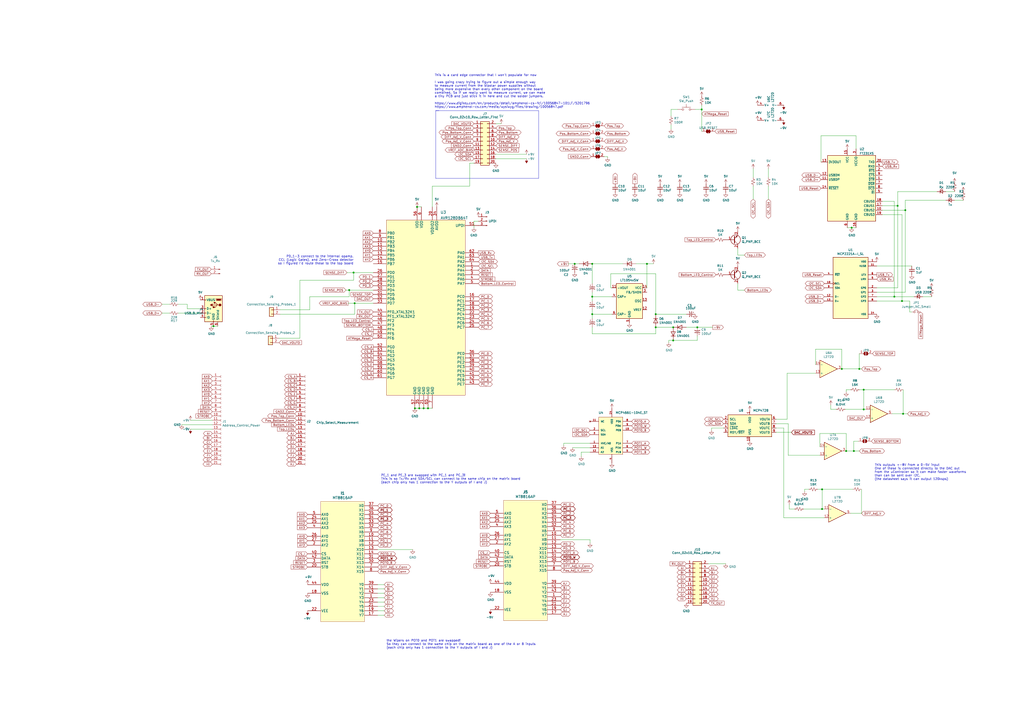
<source format=kicad_sch>
(kicad_sch (version 20230121) (generator eeschema)
  (paper "A2")
  (junction (at 390.525 197.485))
  (junction (at 501.015 226.06))
  (junction (at 390.525 189.865))
  (junction (at 498.475 213.995))
  (junction (at 380.365 182.245))
  (junction (at 123.825 189.23))
  (junction (at 375.285 153.035))
  (junction (at 523.875 240.03))
  (junction (at 343.535 172.085))
  (junction (at 205.74 175.895))
  (junction (at 380.365 189.865))
  (junction (at 343.535 182.245))
  (junction (at 490.855 261.62))
  (junction (at 501.015 237.49))
  (junction (at 407.035 63.5))
  (junction (at 343.535 153.035))
  (junction (at 488.315 213.995))
  (junction (at 202.565 168.275))
  (junction (at 476.885 295.275))
  (junction (at 243.205 236.855))
  (junction (at 476.885 283.845))
  (junction (at 245.745 236.855))
  (junction (at 404.495 189.865))
  (junction (at 525.145 121.92))
  (junction (at 494.03 132.08))
  (junction (at 240.665 236.855))
  (junction (at 520.7 119.38))
  (junction (at 248.285 236.855))
  (junction (at 518.795 172.085))
  (junction (at 241.935 120.015))
  (junction (at 205.105 158.115))
  (junction (at 333.375 153.035))
  (junction (at 523.24 174.625))
  (junction (at 495.3 261.62))
  (wire (pts (xy 457.835 292.735) (xy 457.835 295.275)))
  (wire (pts (xy 287.655 92.075) (xy 305.435 92.075)))
  (wire (pts (xy 508.635 169.545) (xy 525.145 169.545)))
  (wire (pts (xy 475.615 259.08) (xy 475.615 251.46)))
  (wire (pts (xy 250.825 107.95) (xy 272.415 107.95)))
  (wire (pts (xy 511.81 116.84) (xy 518.795 116.84)))
  (wire (pts (xy 454.66 300.355) (xy 478.155 300.355)))
  (wire (pts (xy 501.015 237.49) (xy 502.285 237.49)))
  (wire (pts (xy 520.7 167.005) (xy 508.635 167.005)))
  (wire (pts (xy 490.855 251.46) (xy 490.855 261.62)))
  (wire (pts (xy 523.24 124.46) (xy 523.24 174.625)))
  (wire (pts (xy 103.505 181.61) (xy 116.205 181.61)))
  (wire (pts (xy 103.505 176.53) (xy 108.585 176.53)))
  (wire (pts (xy 380.365 189.865) (xy 390.525 189.865)))
  (wire (pts (xy 523.875 240.03) (xy 526.415 240.03)))
  (wire (pts (xy 457.2 245.745) (xy 457.2 264.16)))
  (wire (pts (xy 274.955 94.615) (xy 272.415 94.615)))
  (wire (pts (xy 179.705 172.085) (xy 179.705 179.705)))
  (wire (pts (xy 202.565 172.085) (xy 179.705 172.085)))
  (wire (pts (xy 427.99 147.955) (xy 431.8 147.955)))
  (wire (pts (xy 523.875 226.06) (xy 523.875 240.03)))
  (wire (pts (xy 380.365 193.675) (xy 380.365 189.865)))
  (wire (pts (xy 380.365 158.75) (xy 354.33 158.75)))
  (wire (pts (xy 327.025 257.175) (xy 327.025 258.445)))
  (wire (pts (xy 491.49 132.08) (xy 494.03 132.08)))
  (wire (pts (xy 161.925 196.215) (xy 173.99 196.215)))
  (wire (pts (xy 277.495 128.27) (xy 274.955 128.27)))
  (wire (pts (xy 499.745 297.815) (xy 493.395 297.815)))
  (wire (pts (xy 287.655 89.535) (xy 305.435 89.535)))
  (wire (pts (xy 475.615 264.16) (xy 457.2 264.16)))
  (wire (pts (xy 342.265 259.715) (xy 332.105 259.715)))
  (wire (pts (xy 518.795 116.84) (xy 518.795 172.085)))
  (wire (pts (xy 459.105 250.825) (xy 450.215 250.825)))
  (wire (pts (xy 558.8 116.205) (xy 553.72 116.205)))
  (wire (pts (xy 511.81 121.92) (xy 525.145 121.92)))
  (wire (pts (xy 219.075 354.33) (xy 222.885 354.33)))
  (wire (pts (xy 342.265 313.055) (xy 325.12 313.055)))
  (wire (pts (xy 205.105 158.115) (xy 205.105 162.56)))
  (wire (pts (xy 337.185 262.255) (xy 342.265 262.255)))
  (wire (pts (xy 368.935 153.035) (xy 375.285 153.035)))
  (wire (pts (xy 333.375 153.035) (xy 329.565 153.035)))
  (wire (pts (xy 475.615 251.46) (xy 490.855 251.46)))
  (wire (pts (xy 219.075 318.77) (xy 239.395 318.77)))
  (wire (pts (xy 527.685 174.625) (xy 523.24 174.625)))
  (wire (pts (xy 473.075 216.535) (xy 456.565 216.535)))
  (wire (pts (xy 205.105 158.115) (xy 216.535 158.115)))
  (wire (pts (xy 457.2 245.745) (xy 450.215 245.745)))
  (wire (pts (xy 496.57 78.74) (xy 496.57 86.36)))
  (wire (pts (xy 490.855 226.06) (xy 490.855 227.33)))
  (wire (pts (xy 201.93 175.895) (xy 205.74 175.895)))
  (wire (pts (xy 525.145 116.205) (xy 548.64 116.205)))
  (wire (pts (xy 548.64 111.125) (xy 553.72 111.125)))
  (wire (pts (xy 476.885 283.845) (xy 494.665 283.845)))
  (wire (pts (xy 495.3 255.905) (xy 495.3 261.62)))
  (wire (pts (xy 456.565 243.205) (xy 450.215 243.205)))
  (wire (pts (xy 105.41 246.38) (xy 123.19 246.38)))
  (wire (pts (xy 476.885 295.275) (xy 478.155 295.275)))
  (wire (pts (xy 412.75 248.285) (xy 419.735 248.285)))
  (polyline (pts (xy 252.73 64.135) (xy 254.635 64.135)))
  (wire (pts (xy 473.075 202.565) (xy 473.075 211.455)))
  (wire (pts (xy 108.585 179.07) (xy 116.205 179.07)))
  (wire (pts (xy 523.875 240.03) (xy 517.525 240.03)))
  (wire (pts (xy 520.7 119.38) (xy 520.7 167.005)))
  (wire (pts (xy 527.685 174.625) (xy 527.685 180.975)))
  (wire (pts (xy 404.495 194.945) (xy 404.495 197.485)))
  (wire (pts (xy 490.22 237.49) (xy 501.015 237.49)))
  (wire (pts (xy 412.75 249.555) (xy 412.75 248.285)))
  (wire (pts (xy 110.49 248.92) (xy 123.19 248.92)))
  (wire (pts (xy 272.415 94.615) (xy 272.415 107.95)))
  (wire (pts (xy 287.655 71.755) (xy 290.83 71.755)))
  (wire (pts (xy 375.285 153.035) (xy 375.285 167.005)))
  (wire (pts (xy 407.035 63.5) (xy 407.035 76.2)))
  (wire (pts (xy 333.375 153.035) (xy 335.915 153.035)))
  (wire (pts (xy 219.075 341.63) (xy 222.885 341.63)))
  (wire (pts (xy 476.25 93.98) (xy 476.25 78.74)))
  (wire (pts (xy 241.935 120.015) (xy 244.475 120.015)))
  (wire (pts (xy 342.265 314.96) (xy 342.265 313.055)))
  (wire (pts (xy 173.99 162.56) (xy 173.99 196.215)))
  (wire (pts (xy 219.075 346.71) (xy 222.885 346.71)))
  (wire (pts (xy 201.295 158.115) (xy 205.105 158.115)))
  (wire (pts (xy 343.535 164.465) (xy 343.535 153.035)))
  (polyline (pts (xy 312.42 64.135) (xy 312.42 103.505)))
  (wire (pts (xy 493.395 226.06) (xy 490.855 226.06)))
  (wire (pts (xy 343.535 179.705) (xy 343.535 182.245)))
  (wire (pts (xy 525.145 169.545) (xy 525.145 121.92)))
  (wire (pts (xy 407.035 63.5) (xy 403.225 63.5)))
  (wire (pts (xy 457.835 295.275) (xy 461.01 295.275)))
  (wire (pts (xy 518.795 172.085) (xy 508.635 172.085)))
  (wire (pts (xy 436.88 107.95) (xy 436.88 115.57)))
  (wire (pts (xy 200.66 168.275) (xy 202.565 168.275)))
  (wire (pts (xy 123.825 189.23) (xy 126.365 189.23)))
  (wire (pts (xy 454.66 248.285) (xy 454.66 300.355)))
  (wire (pts (xy 248.285 236.855) (xy 250.825 236.855)))
  (wire (pts (xy 498.475 213.995) (xy 499.745 213.995)))
  (wire (pts (xy 498.475 205.105) (xy 498.475 213.995)))
  (wire (pts (xy 473.075 202.565) (xy 488.315 202.565)))
  (wire (pts (xy 219.075 351.79) (xy 222.885 351.79)))
  (wire (pts (xy 245.745 236.855) (xy 248.285 236.855)))
  (wire (pts (xy 343.535 193.675) (xy 380.365 193.675)))
  (wire (pts (xy 511.81 119.38) (xy 520.7 119.38)))
  (wire (pts (xy 354.33 167.005) (xy 354.965 167.005)))
  (wire (pts (xy 390.525 197.485) (xy 387.985 197.485)))
  (wire (pts (xy 93.98 176.53) (xy 98.425 176.53)))
  (wire (pts (xy 202.565 168.275) (xy 202.565 172.085)))
  (wire (pts (xy 202.565 168.275) (xy 216.535 168.275)))
  (wire (pts (xy 501.015 226.06) (xy 518.795 226.06)))
  (wire (pts (xy 488.315 213.995) (xy 498.475 213.995)))
  (wire (pts (xy 490.855 261.62) (xy 495.3 261.62)))
  (wire (pts (xy 476.885 283.845) (xy 474.345 283.845)))
  (wire (pts (xy 389.255 72.39) (xy 389.255 74.93)))
  (wire (pts (xy 354.33 158.75) (xy 354.33 167.005)))
  (wire (pts (xy 476.885 283.845) (xy 476.885 295.275)))
  (wire (pts (xy 499.745 283.845) (xy 499.745 297.815)))
  (wire (pts (xy 450.215 248.285) (xy 454.66 248.285)))
  (wire (pts (xy 520.7 111.125) (xy 520.7 119.38)))
  (wire (pts (xy 219.075 349.25) (xy 222.885 349.25)))
  (wire (pts (xy 274.955 128.27) (xy 274.955 132.08)))
  (wire (pts (xy 404.495 197.485) (xy 390.525 197.485)))
  (wire (pts (xy 481.965 234.95) (xy 481.965 237.49)))
  (wire (pts (xy 352.425 90.805) (xy 352.425 91.44)))
  (wire (pts (xy 205.74 175.895) (xy 216.535 175.895)))
  (wire (pts (xy 469.265 283.845) (xy 466.725 283.845)))
  (wire (pts (xy 410.845 327.025) (xy 421.005 327.025)))
  (wire (pts (xy 466.09 295.275) (xy 476.885 295.275)))
  (wire (pts (xy 393.065 63.5) (xy 389.255 63.5)))
  (wire (pts (xy 243.205 236.855) (xy 245.745 236.855)))
  (wire (pts (xy 179.705 179.705) (xy 162.56 179.705)))
  (wire (pts (xy 219.075 344.17) (xy 222.885 344.17)))
  (wire (pts (xy 123.19 243.84) (xy 110.49 243.84)))
  (wire (pts (xy 250.825 120.015) (xy 250.825 107.95)))
  (wire (pts (xy 343.535 189.865) (xy 343.535 193.675)))
  (wire (pts (xy 205.105 162.56) (xy 173.99 162.56)))
  (wire (pts (xy 495.3 261.62) (xy 498.475 261.62)))
  (wire (pts (xy 162.56 182.245) (xy 205.74 182.245)))
  (wire (pts (xy 343.535 172.085) (xy 343.535 169.545)))
  (wire (pts (xy 466.725 283.845) (xy 466.725 285.115)))
  (wire (pts (xy 219.075 356.87) (xy 222.885 356.87)))
  (wire (pts (xy 354.965 172.085) (xy 343.535 172.085)))
  (polyline (pts (xy 312.42 103.505) (xy 252.73 103.505)))
  (wire (pts (xy 456.565 216.535) (xy 456.565 243.205)))
  (wire (pts (xy 527.685 180.975) (xy 528.955 180.975)))
  (wire (pts (xy 240.665 236.855) (xy 243.205 236.855)))
  (wire (pts (xy 523.24 174.625) (xy 508.635 174.625)))
  (wire (pts (xy 427.99 168.275) (xy 431.8 168.275)))
  (wire (pts (xy 501.015 226.06) (xy 498.475 226.06)))
  (wire (pts (xy 488.315 213.995) (xy 488.315 202.565)))
  (wire (pts (xy 375.285 153.035) (xy 379.095 153.035)))
  (wire (pts (xy 343.535 182.245) (xy 343.535 184.785)))
  (wire (pts (xy 525.145 121.92) (xy 525.145 116.205)))
  (wire (pts (xy 481.965 237.49) (xy 485.14 237.49)))
  (wire (pts (xy 219.075 339.09) (xy 222.885 339.09)))
  (wire (pts (xy 528.955 154.305) (xy 508.635 154.305)))
  (wire (pts (xy 93.98 181.61) (xy 98.425 181.61)))
  (wire (pts (xy 122.555 189.23) (xy 123.825 189.23)))
  (wire (pts (xy 354.965 182.245) (xy 343.535 182.245)))
  (wire (pts (xy 543.56 111.125) (xy 520.7 111.125)))
  (wire (pts (xy 205.74 175.895) (xy 205.74 182.245)))
  (wire (pts (xy 497.84 255.905) (xy 495.3 255.905)))
  (wire (pts (xy 389.255 63.5) (xy 389.255 67.31)))
  (wire (pts (xy 476.25 78.74) (xy 496.57 78.74)))
  (wire (pts (xy 343.535 153.035) (xy 361.315 153.035)))
  (wire (pts (xy 407.035 63.5) (xy 407.035 60.96)))
  (wire (pts (xy 350.52 90.805) (xy 352.425 90.805)))
  (wire (pts (xy 511.81 124.46) (xy 523.24 124.46)))
  (wire (pts (xy 535.305 172.085) (xy 540.385 172.085)))
  (wire (pts (xy 343.535 174.625) (xy 343.535 172.085)))
  (polyline (pts (xy 252.73 64.135) (xy 312.42 64.135)))
  (wire (pts (xy 427.99 144.145) (xy 427.99 147.955)))
  (wire (pts (xy 108.585 176.53) (xy 108.585 179.07)))
  (wire (pts (xy 337.185 264.795) (xy 337.185 262.255)))
  (wire (pts (xy 380.365 182.245) (xy 380.365 158.75)))
  (wire (pts (xy 398.145 189.865) (xy 404.495 189.865)))
  (wire (pts (xy 436.88 102.87) (xy 436.88 97.79)))
  (wire (pts (xy 387.985 197.485) (xy 387.985 198.755)))
  (wire (pts (xy 445.77 107.95) (xy 445.77 115.57)))
  (wire (pts (xy 404.495 189.865) (xy 413.385 189.865)))
  (wire (pts (xy 494.03 132.08) (xy 496.57 132.08)))
  (polyline (pts (xy 252.73 103.505) (xy 252.73 64.135)))
  (wire (pts (xy 501.015 226.06) (xy 501.015 237.49)))
  (wire (pts (xy 342.265 257.175) (xy 327.025 257.175)))
  (wire (pts (xy 530.225 172.085) (xy 518.795 172.085)))
  (wire (pts (xy 427.99 164.465) (xy 427.99 168.275)))
  (wire (pts (xy 380.365 182.245) (xy 398.145 182.245)))
  (wire (pts (xy 445.77 97.79) (xy 445.77 102.87)))
  (text "This is a card edge connector that I won't populate for now\n\nI was going crazy trying to figure out a simple enough way\nto measure current from the bipolar power supplies without\nbeing more expensive than every other component on the board\ncombined. So if we really want to measure current, we can make \na tiny PCB and just stick it in here and cut the solder jumpers.\n\nhttps://www.digikey.com/en/products/detail/amphenol-cs-fci/10056847-101LF/5201796\nhttps://www.amphenol-cs.com/media/wysiwyg/files/drawing/10056847.pdf" (at 252.095 62.865 0) (effects (font (size 1.27 1.27)) (justify left bottom)))
  (text "PD_1-3 connect to the internal opamp,\nCCL (Logic Gates), and Zero-Cross detector\nso I figured I'd route these to the top board" (at 205.105 153.67 0) (effects (font (size 1.27 1.27)) (justify right bottom)))
  (text "This outputs +-8V from a 0-5V input\nOne of these is connected directly to the DAC out \nfrom the uController so it can make faster waveforms\nthan can be sent over I2C.\n(the datasheet says it can output 120ksps)" (at 507.365 278.765 0) (effects (font (size 1.27 1.27)) (justify left bottom)))
  (text "PE_1 and PE_3 are swapped with PC_1 and PC_3!\nThis is so Tx/Rx and SDA/SCL can connect to the same chip on the matrix board\n(each chip only has 1 connection to the Y outputs of I and J)" (at 220.98 280.67 0) (effects (font (size 1.27 1.27)) (justify left bottom)))
  (text "the Wipers on POT0 and POT1 are swapped!\nSo they can connect to the same chip on the matrix board as one of the A or B inputs\n(each chip only has 1 connection to the Y outputs of I and J)" (at 224.155 376.555 0) (effects (font (size 1.27 1.27)) (justify left bottom)))
  (global_label "Pos_Top_Conn" (shape bidirectional) (at 172.085 241.3 180) (property "Intersheetrefs" "${INTERSHEET_REFS}" (effects hide)))
  (global_label "GJ" (shape bidirectional) (at 410.845 344.805 0) (property "Intersheetrefs" "${INTERSHEET_REFS}" (effects hide)))
  (global_label "STROBE" (shape input) (at 178.435 328.93 180) (property "Intersheetrefs" "${INTERSHEET_REFS}" (effects hide)))
  (global_label "GND2_Conn" (shape input) (at 342.9 90.805 180) (property "Intersheetrefs" "${INTERSHEET_REFS}" (effects hide)))
  (global_label "PC_7" (shape bidirectional) (at 219.075 311.15 0) (property "Intersheetrefs" "${INTERSHEET_REFS}" (effects hide)))
  (global_label "PC_4" (shape bidirectional) (at 277.495 182.245 0) (property "Intersheetrefs" "${INTERSHEET_REFS}" (effects hide)))
  (global_label "FJ" (shape bidirectional) (at 172.085 264.16 180) (property "Intersheetrefs" "${INTERSHEET_REFS}" (effects hide)))
  (global_label "CS_F" (shape output) (at 172.085 231.14 180) (property "Intersheetrefs" "${INTERSHEET_REFS}" (effects hide)))
  (global_label "CI" (shape bidirectional) (at 398.145 334.645 180) (property "Intersheetrefs" "${INTERSHEET_REFS}" (effects hide)))
  (global_label "VREF_ADC_BIAS" (shape output) (at 274.955 86.995 180) (property "Intersheetrefs" "${INTERSHEET_REFS}" (effects hide)))
  (global_label "EJ" (shape bidirectional) (at 410.845 339.725 0) (property "Intersheetrefs" "${INTERSHEET_REFS}" (effects hide)))
  (global_label "DATA" (shape input) (at 284.48 323.215 180) (property "Intersheetrefs" "${INTERSHEET_REFS}" (effects hide)))
  (global_label "SENSE_POS" (shape input) (at 287.655 86.995 0) (property "Intersheetrefs" "${INTERSHEET_REFS}" (effects hide)))
  (global_label "DAC_OUT" (shape input) (at 216.535 173.355 180) (property "Intersheetrefs" "${INTERSHEET_REFS}" (effects hide)))
  (global_label "Pos_Adj_V" (shape bidirectional) (at 526.415 240.03 0) (property "Intersheetrefs" "${INTERSHEET_REFS}" (effects hide)))
  (global_label "USB_Rx" (shape output) (at 277.495 146.685 0) (property "Intersheetrefs" "${INTERSHEET_REFS}" (effects hide)))
  (global_label "CS_J" (shape output) (at 216.535 193.675 180) (property "Intersheetrefs" "${INTERSHEET_REFS}" (effects hide)))
  (global_label "POT1_A" (shape bidirectional) (at 325.12 320.675 0) (property "Intersheetrefs" "${INTERSHEET_REFS}" (effects hide)))
  (global_label "AJ" (shape bidirectional) (at 325.12 338.455 0) (property "Intersheetrefs" "${INTERSHEET_REFS}" (effects hide)))
  (global_label "DATA" (shape input) (at 277.495 156.845 0) (property "Intersheetrefs" "${INTERSHEET_REFS}" (effects hide)))
  (global_label "AY2" (shape input) (at 284.48 315.595 180) (property "Intersheetrefs" "${INTERSHEET_REFS}" (effects hide)))
  (global_label "USB_Tx" (shape output) (at 511.81 93.98 0) (property "Intersheetrefs" "${INTERSHEET_REFS}" (effects hide)))
  (global_label "USB_Reset" (shape input) (at 476.25 109.22 180) (property "Intersheetrefs" "${INTERSHEET_REFS}" (effects hide)))
  (global_label "PD_3" (shape bidirectional) (at 216.535 165.735 180) (property "Intersheetrefs" "${INTERSHEET_REFS}" (effects hide)))
  (global_label "CS_B" (shape output) (at 216.535 203.835 180) (property "Intersheetrefs" "${INTERSHEET_REFS}" (effects hide)))
  (global_label "DIFF_Adj_V_Conn" (shape bidirectional) (at 342.9 81.915 180) (property "Intersheetrefs" "${INTERSHEET_REFS}" (effects hide)))
  (global_label "SENSE_TOP" (shape input) (at 216.535 170.815 180) (property "Intersheetrefs" "${INTERSHEET_REFS}" (effects hide)))
  (global_label "USB_Reset" (shape input) (at 414.655 76.2 0) (property "Intersheetrefs" "${INTERSHEET_REFS}" (effects hide)))
  (global_label "AX0" (shape input) (at 123.19 218.44 180) (property "Intersheetrefs" "${INTERSHEET_REFS}" (effects hide)))
  (global_label "PC_6" (shape bidirectional) (at 277.495 187.325 0) (property "Intersheetrefs" "${INTERSHEET_REFS}" (effects hide)))
  (global_label "AX3" (shape input) (at 216.535 142.875 180) (property "Intersheetrefs" "${INTERSHEET_REFS}" (effects hide)))
  (global_label "DI" (shape bidirectional) (at 123.19 259.08 180) (property "Intersheetrefs" "${INTERSHEET_REFS}" (effects hide)))
  (global_label "PD_3" (shape bidirectional) (at 325.12 318.135 0) (property "Intersheetrefs" "${INTERSHEET_REFS}" (effects hide)))
  (global_label "Pos_Adj_V_Conn" (shape bidirectional) (at 325.12 330.835 0) (property "Intersheetrefs" "${INTERSHEET_REFS}" (effects hide)))
  (global_label "CS_A" (shape output) (at 216.535 201.295 180) (property "Intersheetrefs" "${INTERSHEET_REFS}" (effects hide)))
  (global_label "AY2" (shape input) (at 123.19 233.68 180) (property "Intersheetrefs" "${INTERSHEET_REFS}" (effects hide)))
  (global_label "PE_6" (shape bidirectional) (at 325.12 307.975 0) (property "Intersheetrefs" "${INTERSHEET_REFS}" (effects hide)))
  (global_label "AY1" (shape input) (at 123.19 231.14 180) (property "Intersheetrefs" "${INTERSHEET_REFS}" (effects hide)))
  (global_label "CS_C" (shape output) (at 216.535 206.375 180) (property "Intersheetrefs" "${INTERSHEET_REFS}" (effects hide)))
  (global_label "AY1" (shape input) (at 178.435 313.69 180) (property "Intersheetrefs" "${INTERSHEET_REFS}" (effects hide)))
  (global_label "CJ" (shape bidirectional) (at 172.085 256.54 180) (property "Intersheetrefs" "${INTERSHEET_REFS}" (effects hide)))
  (global_label "RX_OUT" (shape input) (at 122.555 158.75 180) (property "Intersheetrefs" "${INTERSHEET_REFS}" (effects hide)))
  (global_label "CS_A" (shape output) (at 172.085 218.44 180) (property "Intersheetrefs" "${INTERSHEET_REFS}" (effects hide)))
  (global_label "USB_Rx" (shape input) (at 511.81 96.52 0) (property "Intersheetrefs" "${INTERSHEET_REFS}" (effects hide)))
  (global_label "FI" (shape bidirectional) (at 398.145 342.265 180) (property "Intersheetrefs" "${INTERSHEET_REFS}" (effects hide)))
  (global_label "AX0" (shape input) (at 216.535 135.255 180) (property "Intersheetrefs" "${INTERSHEET_REFS}" (effects hide)))
  (global_label "CS_I" (shape input) (at 178.435 321.31 180) (property "Intersheetrefs" "${INTERSHEET_REFS}" (effects hide)))
  (global_label "AY2" (shape input) (at 216.535 150.495 180) (property "Intersheetrefs" "${INTERSHEET_REFS}" (effects hide)))
  (global_label "RESET" (shape input) (at 277.495 159.385 0) (property "Intersheetrefs" "${INTERSHEET_REFS}" (effects hide)))
  (global_label "Pos_Bottom" (shape bidirectional) (at 350.52 77.47 0) (property "Intersheetrefs" "${INTERSHEET_REFS}" (effects hide)))
  (global_label "PD_2" (shape bidirectional) (at 325.12 315.595 0) (property "Intersheetrefs" "${INTERSHEET_REFS}" (effects hide)))
  (global_label "RESET" (shape input) (at 123.19 238.76 180) (property "Intersheetrefs" "${INTERSHEET_REFS}" (effects hide)))
  (global_label "HJ" (shape bidirectional) (at 410.845 347.345 0) (property "Intersheetrefs" "${INTERSHEET_REFS}" (effects hide)))
  (global_label "GND2_Conn" (shape input) (at 274.955 84.455 180) (property "Intersheetrefs" "${INTERSHEET_REFS}" (effects hide)))
  (global_label "PC_3" (shape bidirectional) (at 325.12 300.355 0) (effects (font (thickness 0.254) bold)) (property "Intersheetrefs" "${INTERSHEET_REFS}" (effects hide)))
  (global_label "PC_0" (shape bidirectional) (at 277.495 172.085 0) (property "Intersheetrefs" "${INTERSHEET_REFS}" (effects hide)))
  (global_label "CJ" (shape bidirectional) (at 325.12 343.535 0) (property "Intersheetrefs" "${INTERSHEET_REFS}" (effects hide)))
  (global_label "SENSE_BOTTOM" (shape input) (at 216.535 188.595 180) (property "Intersheetrefs" "${INTERSHEET_REFS}" (effects hide)))
  (global_label "USB_Tx" (shape input) (at 277.495 149.225 0) (property "Intersheetrefs" "${INTERSHEET_REFS}" (effects hide)))
  (global_label "USB_D-" (shape bidirectional) (at 476.25 101.6 180) (property "Intersheetrefs" "${INTERSHEET_REFS}" (effects hide)))
  (global_label "TX_OUT" (shape input) (at 122.555 156.21 180) (property "Intersheetrefs" "${INTERSHEET_REFS}" (effects hide)))
  (global_label "CI" (shape bidirectional) (at 123.19 256.54 180) (property "Intersheetrefs" "${INTERSHEET_REFS}" (effects hide)))
  (global_label "Pos_Bottom" (shape bidirectional) (at 287.655 76.835 0) (property "Intersheetrefs" "${INTERSHEET_REFS}" (effects hide)))
  (global_label "FI" (shape bidirectional) (at 123.19 264.16 180) (property "Intersheetrefs" "${INTERSHEET_REFS}" (effects hide)))
  (global_label "ATMega_Reset" (shape input) (at 407.035 66.04 0) (property "Intersheetrefs" "${INTERSHEET_REFS}" (effects hide)))
  (global_label "USB_D+" (shape bidirectional) (at 93.98 181.61 180) (property "Intersheetrefs" "${INTERSHEET_REFS}" (effects hide)))
  (global_label "PE_4" (shape bidirectional) (at 325.12 302.895 0) (property "Intersheetrefs" "${INTERSHEET_REFS}" (effects hide)))
  (global_label "AY0" (shape input) (at 123.19 228.6 180) (property "Intersheetrefs" "${INTERSHEET_REFS}" (effects hide)))
  (global_label "RESET" (shape input) (at 178.435 326.39 180) (property "Intersheetrefs" "${INTERSHEET_REFS}" (effects hide)))
  (global_label "GI" (shape bidirectional) (at 123.19 266.7 180) (property "Intersheetrefs" "${INTERSHEET_REFS}" (effects hide)))
  (global_label "USB_D+" (shape bidirectional) (at 476.25 104.14 180) (property "Intersheetrefs" "${INTERSHEET_REFS}" (effects hide)))
  (global_label "DAC_VOUTD" (shape input) (at 459.105 250.825 0) (effects (font (thickness 0.254) bold)) (property "Intersheetrefs" "${INTERSHEET_REFS}" (effects hide)))
  (global_label "POT0_B" (shape bidirectional) (at 219.075 326.39 0) (property "Intersheetrefs" "${INTERSHEET_REFS}" (effects hide)))
  (global_label "CS_E" (shape output) (at 216.535 211.455 180) (property "Intersheetrefs" "${INTERSHEET_REFS}" (effects hide)))
  (global_label "STROBE" (shape input) (at 284.48 328.295 180) (property "Intersheetrefs" "${INTERSHEET_REFS}" (effects hide)))
  (global_label "PE_3" (shape bidirectional) (at 219.075 300.99 0) (effects (font (thickness 0.254) bold)) (property "Intersheetrefs" "${INTERSHEET_REFS}" (effects hide)))
  (global_label "AY1" (shape input) (at 284.48 313.055 180) (property "Intersheetrefs" "${INTERSHEET_REFS}" (effects hide)))
  (global_label "PC_1" (shape bidirectional) (at 325.12 295.275 0) (effects (font (thickness 0.254) bold)) (property "Intersheetrefs" "${INTERSHEET_REFS}" (effects hide)))
  (global_label "CS_H" (shape output) (at 216.535 219.075 180) (property "Intersheetrefs" "${INTERSHEET_REFS}" (effects hide)))
  (global_label "DATA" (shape input) (at 123.19 236.22 180) (property "Intersheetrefs" "${INTERSHEET_REFS}" (effects hide)))
  (global_label "Pos_Bottom_Conn" (shape bidirectional) (at 342.9 77.47 180) (property "Intersheetrefs" "${INTERSHEET_REFS}" (effects hide)))
  (global_label "Pos_Top" (shape bidirectional) (at 350.52 73.025 0) (property "Intersheetrefs" "${INTERSHEET_REFS}" (effects hide)))
  (global_label "POT1_B" (shape bidirectional) (at 325.12 325.755 0) (property "Intersheetrefs" "${INTERSHEET_REFS}" (effects hide)))
  (global_label "AI" (shape bidirectional) (at 123.19 251.46 180) (property "Intersheetrefs" "${INTERSHEET_REFS}" (effects hide)))
  (global_label "PE_2" (shape bidirectional) (at 325.12 297.815 0) (property "Intersheetrefs" "${INTERSHEET_REFS}" (effects hide)))
  (global_label "GND2_Conn" (shape input) (at 172.085 238.76 180) (property "Intersheetrefs" "${INTERSHEET_REFS}" (effects hide)))
  (global_label "PC_1" (shape bidirectional) (at 277.495 174.625 0) (property "Intersheetrefs" "${INTERSHEET_REFS}" (effects hide)))
  (global_label "DATA" (shape input) (at 178.435 323.85 180) (property "Intersheetrefs" "${INTERSHEET_REFS}" (effects hide)))
  (global_label "Pos_Top_Conn" (shape bidirectional) (at 274.955 74.295 180) (property "Intersheetrefs" "${INTERSHEET_REFS}" (effects hide)))
  (global_label "-9V" (shape output) (at 413.385 189.865 0) (property "Intersheetrefs" "${INTERSHEET_REFS}" (effects hide)))
  (global_label "AX1" (shape input) (at 284.48 300.355 180) (property "Intersheetrefs" "${INTERSHEET_REFS}" (effects hide)))
  (global_label "EJ" (shape bidirectional) (at 325.12 348.615 0) (property "Intersheetrefs" "${INTERSHEET_REFS}" (effects hide)))
  (global_label "ATMega_Reset" (shape input) (at 534.035 180.975 270) (property "Intersheetrefs" "${INTERSHEET_REFS}" (effects hide)))
  (global_label "CS_G" (shape output) (at 216.535 216.535 180) (property "Intersheetrefs" "${INTERSHEET_REFS}" (effects hide)))
  (global_label "CS_J" (shape input) (at 284.48 320.675 180) (property "Intersheetrefs" "${INTERSHEET_REFS}" (effects hide)))
  (global_label "TX_OUT" (shape input) (at 216.535 180.975 180) (property "Intersheetrefs" "${INTERSHEET_REFS}" (effects hide)))
  (global_label "DJ" (shape bidirectional) (at 325.12 346.075 0) (property "Intersheetrefs" "${INTERSHEET_REFS}" (effects hide)))
  (global_label "DAC_VOUTD" (shape input) (at 274.955 71.755 180) (property "Intersheetrefs" "${INTERSHEET_REFS}" (effects hide)))
  (global_label "RESET" (shape input) (at 284.48 325.755 180) (property "Intersheetrefs" "${INTERSHEET_REFS}" (effects hide)))
  (global_label "AY1" (shape input) (at 216.535 147.955 180) (property "Intersheetrefs" "${INTERSHEET_REFS}" (effects hide)))
  (global_label "Pos_Adj_V_Conn" (shape bidirectional) (at 274.955 81.915 180) (property "Intersheetrefs" "${INTERSHEET_REFS}" (effects hide)))
  (global_label "RX_OUT" (shape input) (at 398.145 327.025 180) (property "Intersheetrefs" "${INTERSHEET_REFS}" (effects hide)))
  (global_label "PC_5" (shape bidirectional) (at 219.075 306.07 0) (property "Intersheetrefs" "${INTERSHEET_REFS}" (effects hide)))
  (global_label "AJ" (shape bidirectional) (at 172.085 251.46 180) (property "Intersheetrefs" "${INTERSHEET_REFS}" (effects hide)))
  (global_label "PC_4" (shape bidirectional) (at 219.075 303.53 0) (property "Intersheetrefs" "${INTERSHEET_REFS}" (effects hide)))
  (global_label "POT1_A" (shape bidirectional) (at 366.395 257.175 0) (property "Intersheetrefs" "${INTERSHEET_REFS}" (effects hide)))
  (global_label "AJ" (shape bidirectional) (at 410.845 329.565 0) (property "Intersheetrefs" "${INTERSHEET_REFS}" (effects hide)))
  (global_label "EI" (shape bidirectional) (at 222.885 349.25 0) (property "Intersheetrefs" "${INTERSHEET_REFS}" (effects hide)))
  (global_label "AX2" (shape input) (at 178.435 303.53 180) (property "Intersheetrefs" "${INTERSHEET_REFS}" (effects hide)))
  (global_label "POT0_W" (shape bidirectional) (at 325.12 323.215 0) (effects (font (thickness 0.254) bold)) (property "Intersheetrefs" "${INTERSHEET_REFS}" (effects hide)))
  (global_label "HI" (shape bidirectional) (at 398.145 347.345 180) (property "Intersheetrefs" "${INTERSHEET_REFS}" (effects hide)))
  (global_label "I2C_SCL" (shape bidirectional) (at 277.495 154.305 0) (property "Intersheetrefs" "${INTERSHEET_REFS}" (effects hide)))
  (global_label "DAC_OUT" (shape input) (at 502.285 242.57 180) (property "Intersheetrefs" "${INTERSHEET_REFS}" (effects hide)))
  (global_label "PC_2" (shape bidirectional) (at 277.495 177.165 0) (property "Intersheetrefs" "${INTERSHEET_REFS}" (effects hide)))
  (global_label "AX1" (shape input) (at 123.19 220.98 180) (property "Intersheetrefs" "${INTERSHEET_REFS}" (effects hide)))
  (global_label "PE_6" (shape bidirectional) (at 277.495 220.345 0) (property "Intersheetrefs" "${INTERSHEET_REFS}" (effects hide)))
  (global_label "PE_1" (shape bidirectional) (at 219.075 295.91 0) (effects (font (thickness 0.254) bold)) (property "Intersheetrefs" "${INTERSHEET_REFS}" (effects hide)))
  (global_label "PC_2" (shape bidirectional) (at 219.075 298.45 0) (property "Intersheetrefs" "${INTERSHEET_REFS}" (effects hide)))
  (global_label "AY2" (shape input) (at 178.435 316.23 180) (property "Intersheetrefs" "${INTERSHEET_REFS}" (effects hide)))
  (global_label "PC_0" (shape bidirectional) (at 219.075 293.37 0) (property "Intersheetrefs" "${INTERSHEET_REFS}" (effects hide)))
  (global_label "DIFF_Adj_V_Conn" (shape bidirectional) (at 274.955 79.375 180) (property "Intersheetrefs" "${INTERSHEET_REFS}" (effects hide)))
  (global_label "Pos_Adj_V" (shape bidirectional) (at 350.52 86.36 0) (property "Intersheetrefs" "${INTERSHEET_REFS}" (effects hide)))
  (global_label "CS_H" (shape output) (at 172.085 236.22 180) (property "Intersheetrefs" "${INTERSHEET_REFS}" (effects hide)))
  (global_label "DJ" (shape bidirectional) (at 172.085 259.08 180) (property "Intersheetrefs" "${INTERSHEET_REFS}" (effects hide)))
  (global_label "DIFF_Adj_V" (shape bidirectional) (at 350.52 81.915 0) (property "Intersheetrefs" "${INTERSHEET_REFS}" (effects hide)))
  (global_label "AX2" (shape input) (at 284.48 302.895 180) (property "Intersheetrefs" "${INTERSHEET_REFS}" (effects hide)))
  (global_label "BI" (shape bidirectional) (at 398.145 332.105 180) (property "Intersheetrefs" "${INTERSHEET_REFS}" (effects hide)))
  (global_label "HI" (shape bidirectional) (at 222.885 356.87 0) (property "Intersheetrefs" "${INTERSHEET_REFS}" (effects hide)))
  (global_label "I2C_SCL" (shape bidirectional) (at 419.735 243.205 180) (property "Intersheetrefs" "${INTERSHEET_REFS}" (effects hide)))
  (global_label "I2C_SDA" (shape bidirectional) (at 277.495 151.765 0) (property "Intersheetrefs" "${INTERSHEET_REFS}" (effects hide)))
  (global_label "I2C_SDA" (shape bidirectional) (at 274.955 89.535 180) (property "Intersheetrefs" "${INTERSHEET_REFS}" (effects hide)))
  (global_label "POT0_A" (shape bidirectional) (at 219.075 321.31 0) (property "Intersheetrefs" "${INTERSHEET_REFS}" (effects hide)))
  (global_label "Pos_Adj_V" (shape bidirectional) (at 287.655 81.915 0) (property "Intersheetrefs" "${INTERSHEET_REFS}" (effects hide)))
  (global_label "CS_E" (shape output) (at 172.085 228.6 180) (property "Intersheetrefs" "${INTERSHEET_REFS}" (effects hide)))
  (global_label "Bottom_LEDs" (shape bidirectional) (at 431.8 168.275 0) (property "Intersheetrefs" "${INTERSHEET_REFS}" (effects hide)))
  (global_label "AY0" (shape input) (at 178.435 311.15 180) (property "Intersheetrefs" "${INTERSHEET_REFS}" (effects hide)))
  (global_label "GI" (shape bidirectional) (at 222.885 354.33 0) (property "Intersheetrefs" "${INTERSHEET_REFS}" (effects hide)))
  (global_label "PE_2" (shape bidirectional) (at 277.495 210.185 0) (property "Intersheetrefs" "${INTERSHEET_REFS}" (effects hide)))
  (global_label "Pos_Top" (shape bidirectional) (at 287.655 74.295 0) (property "Intersheetrefs" "${INTERSHEET_REFS}" (effects hide)))
  (global_label "I2C_SDA" (shape bidirectional) (at 445.77 115.57 270) (property "Intersheetrefs" "${INTERSHEET_REFS}" (effects hide)))
  (global_label "CS_C" (shape output) (at 172.085 223.52 180) (property "Intersheetrefs" "${INTERSHEET_REFS}" (effects hide)))
  (global_label "FI" (shape bidirectional) (at 222.885 351.79 0) (property "Intersheetrefs" "${INTERSHEET_REFS}" (effects hide)))
  (global_label "USB_D-" (shape bidirectional) (at 478.155 172.085 180) (property "Intersheetrefs" "${INTERSHEET_REFS}" (effects hide)))
  (global_label "CS_G" (shape output) (at 172.085 233.68 180) (property "Intersheetrefs" "${INTERSHEET_REFS}" (effects hide)))
  (global_label "Top_LED_Control" (shape input) (at 216.535 186.055 180) (property "Intersheetrefs" "${INTERSHEET_REFS}" (effects hide)))
  (global_label "+9V" (shape output) (at 329.565 153.035 180) (property "Intersheetrefs" "${INTERSHEET_REFS}" (effects hide)))
  (global_label "Pos_Bottom_Conn" (shape bidirectional) (at 172.085 243.84 180) (property "Intersheetrefs" "${INTERSHEET_REFS}" (effects hide)))
  (global_label "CS_F" (shape output) (at 216.535 213.995 180) (property "Intersheetrefs" "${INTERSHEET_REFS}" (effects hide)))
  (global_label "Pos_Top_Conn" (shape bidirectional) (at 342.9 73.025 180) (property "Intersheetrefs" "${INTERSHEET_REFS}" (effects hide)))
  (global_label "EI" (shape bidirectional) (at 398.145 339.725 180) (property "Intersheetrefs" "${INTERSHEET_REFS}" (effects hide)))
  (global_label "DIFF_Adj_V" (shape bidirectional) (at 499.745 297.815 0) (property "Intersheetrefs" "${INTERSHEET_REFS}" (effects hide)))
  (global_label "USB_Tx" (shape output) (at 508.635 159.385 0) (property "Intersheetrefs" "${INTERSHEET_REFS}" (effects hide)))
  (global_label "AI" (shape bidirectional) (at 222.885 339.09 0) (property "Intersheetrefs" "${INTERSHEET_REFS}" (effects hide)))
  (global_label "PE_3" (shape bidirectional) (at 277.495 212.725 0) (property "Intersheetrefs" "${INTERSHEET_REFS}" (effects hide)))
  (global_label "I2C_SDA" (shape bidirectional) (at 478.155 167.005 180) (property "Intersheetrefs" "${INTERSHEET_REFS}" (effects hide)))
  (global_label "POT0_B" (shape bidirectional) (at 366.395 249.555 0) (property "Intersheetrefs" "${INTERSHEET_REFS}" (effects hide)))
  (global_label "TX_OUT" (shape input) (at 410.845 349.885 0) (property "Intersheetrefs" "${INTERSHEET_REFS}" (effects hide)))
  (global_label "PD_1" (shape bidirectional) (at 216.535 160.655 180) (property "Intersheetrefs" "${INTERSHEET_REFS}" (effects hide)))
  (global_label "DIFF_Adj_V_Conn" (shape bidirectional) (at 325.12 328.295 0) (property "Intersheetrefs" "${INTERSHEET_REFS}" (effects hide)))
  (global_label "PC_6" (shape bidirectional) (at 219.075 308.61 0) (property "Intersheetrefs" "${INTERSHEET_REFS}" (effects hide)))
  (global_label "PC_3" (shape bidirectional) (at 277.495 179.705 0) (property "Intersheetrefs" "${INTERSHEET_REFS}" (effects hide)))
  (global_label "SENSE_DIFF" (shape input) (at 201.295 158.115 180) (property "Intersheetrefs" "${INTERSHEET_REFS}" (effects hide)))
  (global_label "PE_7" (shape bidirectional) (at 277.495 222.885 0) (property "Intersheetrefs" "${INTERSHEET_REFS}" (effects hide)))
  (global_label "DJ" (shape bidirectional) (at 410.845 337.185 0) (property "Intersheetrefs" "${INTERSHEET_REFS}" (effects hide)))
  (global_label "BJ" (shape bidirectional) (at 325.12 340.995 0) (property "Intersheetrefs" "${INTERSHEET_REFS}" (effects hide)))
  (global_label "BI" (shape bidirectional) (at 222.885 341.63 0) (property "Intersheetrefs" "${INTERSHEET_REFS}" (effects hide)))
  (global_label "PC_5" (shape bidirectional) (at 277.495 184.785 0) (property "Intersheetrefs" "${INTERSHEET_REFS}" (effects hide)))
  (global_label "GJ" (shape bidirectional) (at 172.085 266.7 180) (property "Intersheetrefs" "${INTERSHEET_REFS}" (effects hide)))
  (global_label "FJ" (shape bidirectional) (at 325.12 351.155 0) (property "Intersheetrefs" "${INTERSHEET_REFS}" (effects hide)))
  (global_label "AX2" (shape input) (at 123.19 223.52 180) (property "Intersheetrefs" "${INTERSHEET_REFS}" (effects hide)))
  (global_label "PE_0" (shape bidirectional) (at 325.12 292.735 0) (property "Intersheetrefs" "${INTERSHEET_REFS}" (effects hide)))
  (global_label "AI" (shape bidirectional) (at 398.145 329.565 180) (property "Intersheetrefs" "${INTERSHEET_REFS}" (effects hide)))
  (global_label "Pos_Bottom_Conn" (shape bidirectional) (at 274.955 76.835 180) (property "Intersheetrefs" "${INTERSHEET_REFS}" (effects hide)))
  (global_label "Bottom_LED_Control" (shape input) (at 277.495 164.465 0) (property "Intersheetrefs" "${INTERSHEET_REFS}" (effects hide)))
  (global_label "USB_Reset" (shape input) (at 478.155 159.385 180) (property "Intersheetrefs" "${INTERSHEET_REFS}" (effects hide)))
  (global_label "-9V" (shape output) (at 368.3 106.68 90) (property "Intersheetrefs" "${INTERSHEET_REFS}" (effects hide)))
  (global_label "POT1_B" (shape bidirectional) (at 366.395 262.255 0) (property "Intersheetrefs" "${INTERSHEET_REFS}" (effects hide)))
  (global_label "ATMega_Reset" (shape input) (at 216.535 196.215 180) (property "Intersheetrefs" "${INTERSHEET_REFS}" (effects hide)))
  (global_label "PE_4" (shape bidirectional) (at 277.495 215.265 0) (property "Intersheetrefs" "${INTERSHEET_REFS}" (effects hide)))
  (global_label "HJ" (shape bidirectional) (at 325.12 356.235 0) (property "Intersheetrefs" "${INTERSHEET_REFS}" (effects hide)))
  (global_label "SENSE_TOP" (shape input) (at 506.095 205.105 0) (property "Intersheetrefs" "${INTERSHEET_REFS}" (effects hide)))
  (global_label "HJ" (shape bidirectional) (at 172.085 269.24 180) (property "Intersheetrefs" "${INTERSHEET_REFS}" (effects hide)))
  (global_label "AY0" (shape input) (at 216.535 145.415 180) (property "Intersheetrefs" "${INTERSHEET_REFS}" (effects hide)))
  (global_label "SENSE_POS" (shape input) (at 200.66 168.275 180) (property "Intersheetrefs" "${INTERSHEET_REFS}" (effects hide)))
  (global_label "DIFF_Adj_V_Conn" (shape bidirectional) (at 219.075 328.93 0) (property "Intersheetrefs" "${INTERSHEET_REFS}" (effects hide)))
  (global_label "GI" (shape bidirectional) (at 398.145 344.805 180) (property "Intersheetrefs" "${INTERSHEET_REFS}" (effects hide)))
  (global_label "I2C_SCL" (shape input) (at 342.265 249.555 180) (property "Intersheetrefs" "${INTERSHEET_REFS}" (effects hide)))
  (global_label "Bottom_LED_Control" (shape input) (at 415.29 159.385 180) (property "Intersheetrefs" "${INTERSHEET_REFS}" (effects hide)))
  (global_label "GJ" (shape bidirectional) (at 325.12 353.695 0) (property "Intersheetrefs" "${INTERSHEET_REFS}" (effects hide)))
  (global_label "AX0" (shape input) (at 178.435 298.45 180) (property "Intersheetrefs" "${INTERSHEET_REFS}" (effects hide)))
  (global_label "DAC_VOUTD" (shape input) (at 161.925 198.755 0) (property "Intersheetrefs" "${INTERSHEET_REFS}" (effects hide)))
  (global_label "DI" (shape bidirectional) (at 398.145 337.185 180) (property "Intersheetrefs" "${INTERSHEET_REFS}" (effects hide)))
  (global_label "CS_I" (shape output) (at 216.535 191.135 180) (property "Intersheetrefs" "${INTERSHEET_REFS}" (effects hide)))
  (global_label "I2C_SCL" (shape bidirectional) (at 478.155 164.465 180) (property "Intersheetrefs" "${INTERSHEET_REFS}" (effects hide)))
  (global_label "CI" (shape bidirectional) (at 222.885 344.17 0) (property "Intersheetrefs" "${INTERSHEET_REFS}" (effects hide)))
  (global_label "PE_5" (shape bidirectional) (at 277.495 217.805 0) (property "Intersheetrefs" "${INTERSHEET_REFS}" (effects hide)))
  (global_label "POT0_W" (shape bidirectional) (at 366.395 247.015 0) (property "Intersheetrefs" "${INTERSHEET_REFS}" (effects hide)))
  (global_label "HI" (shape bidirectional) (at 123.19 269.24 180) (property "Intersheetrefs" "${INTERSHEET_REFS}" (effects hide)))
  (global_label "I2C_SCL" (shape bidirectional) (at 436.88 115.57 270) (property "Intersheetrefs" "${INTERSHEET_REFS}" (effects hide)))
  (global_label "DI" (shape bidirectional) (at 222.885 346.71 0) (property "Intersheetrefs" "${INTERSHEET_REFS}" (effects hide)))
  (global_label "CS_B" (shape output) (at 172.085 220.98 180) (property "Intersheetrefs" "${INTERSHEET_REFS}" (effects hide)))
  (global_label "STROBE" (shape input) (at 123.19 241.3 180) (property "Intersheetrefs" "${INTERSHEET_REFS}" (effects hide)))
  (global_label "I2C_SCL" (shape bidirectional) (at 274.955 92.075 180) (property "Intersheetrefs" "${INTERSHEET_REFS}" (effects hide)))
  (global_label "I2C_SDA" (shape bidirectional) (at 419.735 245.745 180) (property "Intersheetrefs" "${INTERSHEET_REFS}" (effects hide)))
  (global_label "Pos_Top" (shape bidirectional) (at 499.745 213.995 0) (property "Intersheetrefs" "${INTERSHEET_REFS}" (effects hide)))
  (global_label "Top_LEDs" (shape bidirectional) (at 431.8 147.955 0) (property "Intersheetrefs" "${INTERSHEET_REFS}" (effects hide)))
  (global_label "AX3" (shape input) (at 123.19 226.06 180) (property "Intersheetrefs" "${INTERSHEET_REFS}" (effects hide)))
  (global_label "SENSE_BOTTOM" (shape input) (at 505.46 255.905 0) (property "Intersheetrefs" "${INTERSHEET_REFS}" (effects hide)))
  (global_label "EJ" (shape bidirectional) (at 172.085 261.62 180) (property "Intersheetrefs" "${INTERSHEET_REFS}" (effects hide)))
  (global_label "PE_0" (shape bidirectional) (at 277.495 205.105 0) (property "Intersheetrefs" "${INTERSHEET_REFS}" (effects hide)))
  (global_label "AX3" (shape input) (at 178.435 306.07 180) (property "Intersheetrefs" "${INTERSHEET_REFS}" (effects hide)))
  (global_label "BI" (shape bidirectional) (at 123.19 254 180) (property "Intersheetrefs" "${INTERSHEET_REFS}" (effects hide)))
  (global_label "POT1_W" (shape bidirectional) (at 366.395 259.715 0) (property "Intersheetrefs" "${INTERSHEET_REFS}" (effects hide)))
  (global_label "AY0" (shape input) (at 284.48 310.515 180) (property "Intersheetrefs" "${INTERSHEET_REFS}" (effects hide)))
  (global_label "PD_1" (shape bidirectional) (at 219.075 313.69 0) (property "Intersheetrefs" "${INTERSHEET_REFS}" (effects hide)))
  (global_label "FJ" (shape bidirectional) (at 410.845 342.265 0) (property "Intersheetrefs" "${INTERSHEET_REFS}" (effects hide)))
  (global_label "RX_OUT" (shape input) (at 216.535 183.515 180) (property "Intersheetrefs" "${INTERSHEET_REFS}" (effects hide)))
  (global_label "Top_LEDs" (shape input) (at 172.085 248.92 180) (property "Intersheetrefs" "${INTERSHEET_REFS}" (effects hide)))
  (global_label "EI" (shape bidirectional) (at 123.19 261.62 180) (property "Intersheetrefs" "${INTERSHEET_REFS}" (effects hide)))
  (global_label "PE_1" (shape bidirectional) (at 277.495 207.645 0) (property "Intersheetrefs" "${INTERSHEET_REFS}" (effects hide)))
  (global_label "+9V" (shape output) (at 356.87 106.68 90) (property "Intersheetrefs" "${INTERSHEET_REFS}" (effects hide)))
  (global_label "AX3" (shape input) (at 284.48 305.435 180) (property "Intersheetrefs" "${INTERSHEET_REFS}" (effects hide)))
  (global_label "AX1" (shape input) (at 178.435 300.99 180) (property "Intersheetrefs" "${INTERSHEET_REFS}" (effects hide)))
  (global_label "PD_2" (shape bidirectional) (at 216.535 163.195 180) (property "Intersheetrefs" "${INTERSHEET_REFS}" (effects hide)))
  (global_label "BJ" (shape bidirectional) (at 172.085 254 180) (property "Intersheetrefs" "${INTERSHEET_REFS}" (effects hide)))
  (global_label "PD_2" (shape bidirectional) (at 219.075 316.23 0) (property "Intersheetrefs" "${INTERSHEET_REFS}" (effects hide)))
  (global_label "Top_LED_Control" (shape input) (at 415.29 139.065 180) (property "Intersheetrefs" "${INTERSHEET_REFS}" (effects hide)))
  (global_label "PE_7" (shape bidirectional) (at 325.12 310.515 0) (property "Intersheetrefs" "${INTERSHEET_REFS}" (effects hide)))
  (global_label "AX1" (shape input) (at 216.535 137.795 180) (property "Intersheetrefs" "${INTERSHEET_REFS}" (effects hide)))
  (global_label "POT0_A" (shape bidirectional) (at 366.395 244.475 0) (property "Intersheetrefs" "${INTERSHEET_REFS}" (effects hide)))
  (global_label "USB_Rx" (shape input) (at 508.635 161.925 0) (property "Intersheetrefs" "${INTERSHEET_REFS}" (effects hide)))
  (global_label "AX0" (shape input) (at 284.48 297.815 180) (property "Intersheetrefs" "${INTERSHEET_REFS}" (effects hide)))
  (global_label "PE_5" (shape bidirectional) (at 325.12 305.435 0) (property "Intersheetrefs" "${INTERSHEET_REFS}" (effects hide)))
  (global_label "CS_D" (shape output) (at 216.535 208.915 180) (property "Intersheetrefs" "${INTERSHEET_REFS}" (effects hide)))
  (global_label "CJ" (shape bidirectional) (at 410.845 334.645 0) (property "Intersheetrefs" "${INTERSHEET_REFS}" (effects hide)))
  (global_label "CS_D" (shape output) (at 172.085 226.06 180) (property "Intersheetrefs" "${INTERSHEET_REFS}" (effects hide)))
  (global_label "PC_7" (shape bidirectional) (at 277.495 189.865 0) (property "Intersheetrefs" "${INTERSHEET_REFS}" (effects hide)))
  (global_label "SENSE_DIFF" (shape input) (at 287.655 84.455 0) (property "Intersheetrefs" "${INTERSHEET_REFS}" (effects hide)))
  (global_label "DIFF_Adj_V" (shape bidirectional) (at 287.655 79.375 0) (property "Intersheetrefs" "${INTERSHEET_REFS}" (effects hide)))
  (global_label "Pos_Adj_V_Conn" (shape bidirectional) (at 219.075 331.47 0) (property "Intersheetrefs" "${INTERSHEET_REFS}" (effects hide)))
  (global_label "STROBE" (shape input) (at 277.495 161.925 0) (property "Intersheetrefs" "${INTERSHEET_REFS}" (effects hide)))
  (global_label "Pos_Bottom" (shape bidirectional) (at 498.475 261.62 0) (property "Intersheetrefs" "${INTERSHEET_REFS}" (effects hide)))
  (global_label "I2C_SDA" (shape input) (at 342.265 252.095 180) (property "Intersheetrefs" "${INTERSHEET_REFS}" (effects hide)))
  (global_label "POT1_W" (shape bidirectional) (at 219.075 323.85 0) (effects (font (thickness 0.254) bold)) (property "Intersheetrefs" "${INTERSHEET_REFS}" (effects hide)))
  (global_label "Bottom_LEDs" (shape input) (at 172.085 246.38 180) (property "Intersheetrefs" "${INTERSHEET_REFS}" (effects hide)))
  (global_label "VREF_ADC_BIAS" (shape output) (at 201.93 175.895 180) (property "Intersheetrefs" "${INTERSHEET_REFS}" (effects hide)))
  (global_label "USB_D-" (shape bidirectional) (at 93.98 176.53 180) (property "Intersheetrefs" "${INTERSHEET_REFS}" (effects hide)))
  (global_label "AX2" (shape input) (at 216.535 140.335 180) (property "Intersheetrefs" "${INTERSHEET_REFS}" (effects hide)))
  (global_label "USB_D+" (shape bidirectional) (at 478.155 174.625 180) (property "Intersheetrefs" "${INTERSHEET_REFS}" (effects hide)))
  (global_label "Pos_Adj_V_Conn" (shape bidirectional) (at 342.9 86.36 180) (property "Intersheetrefs" "${INTERSHEET_REFS}" (effects hide)))
  (global_label "BJ" (shape bidirectional) (at 410.845 332.105 0) (property "Intersheetrefs" "${INTERSHEET_REFS}" (effects hide)))
  (symbol (lib_id "MCP2221A-I_SL:MCP2221A-I_SL") (at 493.395 167.005 0) (unit 1)
    (property "Reference" "U1" (at 493.395 144.9832 0))
    (property "Value" "MCP2221A-I_SL" (at 493.395 147.2946 0))
    (property "Footprint" "Package_SO:SOIC-14_3.9x8.7mm_P1.27mm" (effects hide))
    (property "MANUFACTURER" "Microchip" (effects hide))
    (property "STANDARD" "IPC7351B" (effects hide))
  )
  (symbol (lib_id "MCP4661-104E_ST:MCP4661-104E_ST") (at 354.965 247.015 0) (unit 1)
    (property "Reference" "U4" (at 348.615 239.395 0))
    (property "Value" "MCP4661-104E_ST" (at 366.395 239.395 0))
    (property "Footprint" "Package_SO:TSSOP-14_4.4x5mm_P0.65mm" (effects hide))
    (property "SUPPLIER" "Microchip" (effects hide))
    (property "PACKAGE" "SOP-14" (effects hide))
    (property "MPN" "MCP4661-104E/ST" (effects hide))
    (property "OC_NEWARK" "77M3011" (effects hide))
    (property "OC_FARNELL" "1840724" (effects hide))
  )
  (symbol (lib_id "power:GND") (at 122.555 189.23 0) (unit 1)
    (property "Reference" "#PWR026" (effects hide))
    (property "Value" "GND" (at 122.682 193.6242 0))
  )
  (symbol (lib_id "Device:C_Small") (at 528.955 156.845 0) (unit 1)
    (property "Reference" "C1" (at 531.2918 155.6766 0) (effects (justify left)))
    (property "Value" "1uF" (at 531.2918 157.988 0) (effects (justify left)))
    (property "Footprint" "Capacitor_SMD:C_0805_2012Metric_Pad1.18x1.45mm_HandSolder" (effects hide))
  )
  (symbol (lib_id "power:GND") (at 528.955 159.385 0) (unit 1)
    (property "Reference" "#PWR010" (effects hide))
    (property "Value" "GND" (at 529.082 163.7792 0))
  )
  (symbol (lib_id "Device:LED_Small") (at 546.1 111.125 0) (unit 1)
    (property "Reference" "D1" (at 546.1 106.045 0))
    (property "Value" "Rx" (at 546.1 108.585 0))
    (property "Footprint" "Diode_SMD:D_0805_2012Metric_Pad1.15x1.40mm_HandSolder" (effects hide))
  )
  (symbol (lib_id "Device:LED_Small") (at 551.18 116.205 0) (unit 1)
    (property "Reference" "D2" (at 551.18 113.665 0))
    (property "Value" "Tx" (at 551.18 118.745 0))
    (property "Footprint" "Diode_SMD:D_0805_2012Metric_Pad1.15x1.40mm_HandSolder" (effects hide))
  )
  (symbol (lib_id "Device:R_Small_US") (at 553.72 108.585 0) (unit 1)
    (property "Reference" "R1" (at 551.18 106.045 0) (effects (justify left)))
    (property "Value" "220R" (at 548.64 108.585 0) (effects (justify left)))
    (property "Footprint" "Resistor_SMD:R_0805_2012Metric_Pad1.20x1.40mm_HandSolder" (effects hide))
  )
  (symbol (lib_id "Device:R_Small_US") (at 558.8 113.665 0) (unit 1)
    (property "Reference" "R2" (at 556.26 111.125 0) (effects (justify left)))
    (property "Value" "220R" (at 553.72 113.665 0) (effects (justify left)))
    (property "Footprint" "Resistor_SMD:R_0805_2012Metric_Pad1.20x1.40mm_HandSolder" (effects hide))
  )
  (symbol (lib_id "power:GND") (at 508.635 182.245 0) (unit 1)
    (property "Reference" "#PWR019" (effects hide))
    (property "Value" "GND" (at 508.762 186.6392 0))
  )
  (symbol (lib_id "power:GND") (at 354.965 268.605 0) (unit 1)
    (property "Reference" "#PWR038" (effects hide))
    (property "Value" "GND" (at 355.092 272.9992 0))
  )
  (symbol (lib_id "Device:R_Small_US") (at 445.77 105.41 0) (unit 1)
    (property "Reference" "R4" (at 447.4972 104.2416 0) (effects (justify left)))
    (property "Value" "10K" (at 447.4972 106.553 0) (effects (justify left)))
    (property "Footprint" "Resistor_SMD:R_0805_2012Metric_Pad1.20x1.40mm_HandSolder" (effects hide))
  )
  (symbol (lib_id "Device:R_Small_US") (at 436.88 105.41 0) (unit 1)
    (property "Reference" "R3" (at 438.6072 104.2416 0) (effects (justify left)))
    (property "Value" "10K" (at 438.6072 106.553 0) (effects (justify left)))
    (property "Footprint" "Resistor_SMD:R_0805_2012Metric_Pad1.20x1.40mm_HandSolder" (effects hide))
  )
  (symbol (lib_id "Connector:Conn_01x03_Male") (at 282.575 128.27 0) (mirror y) (unit 1)
    (property "Reference" "J3" (at 282.575 123.19 0))
    (property "Value" "UPDI" (at 285.75 128.27 0))
    (property "Footprint" "Connector_PinHeader_2.54mm:PinHeader_1x03_P2.54mm_Vertical" (effects hide))
  )
  (symbol (lib_id "power:GND") (at 274.955 132.08 0) (mirror y) (unit 1)
    (property "Reference" "#PWR020" (effects hide))
    (property "Value" "GND" (at 274.828 136.4742 0))
  )
  (symbol (lib_id "SparkFun-Aesthetics:5V") (at 277.495 125.73 0) (mirror y) (unit 1)
    (property "Reference" "#SUPPLY05" (effects hide))
    (property "Value" "5V" (at 277.495 121.285 0))
  )
  (symbol (lib_id "Device:C_Small") (at 409.575 109.22 0) (unit 1)
    (property "Reference" "C6" (at 411.3022 108.0516 0) (effects (justify left)))
    (property "Value" "10uF" (at 411.3022 110.363 0) (effects (justify left)))
    (property "Footprint" "Capacitor_SMD:C_0805_2012Metric_Pad1.18x1.45mm_HandSolder" (effects hide))
  )
  (symbol (lib_id "Device:C_Small") (at 421.005 109.22 0) (unit 1)
    (property "Reference" "C7" (at 422.7322 108.0516 0) (effects (justify left)))
    (property "Value" "10uF" (at 422.7322 110.363 0) (effects (justify left)))
    (property "Footprint" "Capacitor_SMD:C_0805_2012Metric_Pad1.18x1.45mm_HandSolder" (effects hide))
  )
  (symbol (lib_id "SparkFun-Aesthetics:5V") (at 409.575 106.68 0) (unit 1)
    (property "Reference" "#SUPPLY01" (effects hide))
    (property "Value" "5V" (at 409.575 102.235 0))
  )
  (symbol (lib_id "SparkFun-Aesthetics:5V") (at 421.005 106.68 0) (unit 1)
    (property "Reference" "#SUPPLY02" (effects hide))
    (property "Value" "5V" (at 421.005 102.235 0))
  )
  (symbol (lib_id "power:GND") (at 409.575 111.76 0) (unit 1)
    (property "Reference" "#PWR015" (effects hide))
    (property "Value" "GND" (at 409.702 116.1542 0))
  )
  (symbol (lib_id "power:GND") (at 421.005 111.76 0) (unit 1)
    (property "Reference" "#PWR016" (effects hide))
    (property "Value" "GND" (at 421.132 116.1542 0))
  )
  (symbol (lib_id "Device:LED_Small") (at 532.765 172.085 0) (unit 1)
    (property "Reference" "D3" (at 532.765 167.005 0))
    (property "Value" "USB" (at 532.765 169.545 0))
    (property "Footprint" "Diode_SMD:D_0805_2012Metric_Pad1.15x1.40mm_HandSolder" (effects hide))
  )
  (symbol (lib_id "Device:R_Small_US") (at 540.385 169.545 0) (unit 1)
    (property "Reference" "R5" (at 537.845 167.005 0) (effects (justify left)))
    (property "Value" "220R" (at 535.305 169.545 0) (effects (justify left)))
    (property "Footprint" "Resistor_SMD:R_0805_2012Metric_Pad1.20x1.40mm_HandSolder" (effects hide))
  )
  (symbol (lib_id "power:GND") (at 337.185 264.795 0) (unit 1)
    (property "Reference" "#PWR0101" (effects hide))
    (property "Value" "GND" (at 337.312 269.1892 0))
  )
  (symbol (lib_id "power:GND") (at 332.105 259.715 0) (unit 1)
    (property "Reference" "#PWR0102" (effects hide))
    (property "Value" "GND" (at 332.232 264.1092 0))
  )
  (symbol (lib_id "power:GND") (at 327.025 258.445 0) (unit 1)
    (property "Reference" "#PWR0103" (effects hide))
    (property "Value" "GND" (at 327.152 262.8392 0))
  )
  (symbol (lib_id "Connector:USB_B_Mini") (at 123.825 179.07 0) (mirror y) (unit 1)
    (property "Reference" "J4" (at 117.983 179.3494 0) (effects (justify left)))
    (property "Value" "USB_B_Mini" (at 117.983 181.6608 0) (effects (justify left)))
    (property "Footprint" "Connector_USB:USB_Mini-B_Wuerth_65100516121_Horizontal" (effects hide))
  )
  (symbol (lib_id "Regulator_SwitchedCapacitor:LT1054xSW") (at 365.125 174.625 0) (mirror y) (unit 1)
    (property "Reference" "U5" (at 365.125 160.2232 0))
    (property "Value" "LT1054xSW" (at 365.125 162.5346 0))
    (property "Footprint" "Package_SO:SOIC-16W_7.5x10.3mm_P1.27mm" (effects hide))
    (property "Datasheet" "https://www.analog.com/media/en/technical-documentation/data-sheets/1054lfh.pdf" (effects hide))
  )
  (symbol (lib_id "Diode:1N4001") (at 339.725 153.035 0) (unit 1)
    (property "Reference" "D4" (at 339.725 158.5214 0))
    (property "Value" "1N4001" (at 339.725 156.21 0))
    (property "Footprint" "Diode_SMD:D_SOD-123" (effects hide))
    (property "Datasheet" "http://www.vishay.com/docs/88503/1n4001.pdf" (effects hide))
  )
  (symbol (lib_id "Diode:1N4001") (at 365.125 153.035 0) (unit 1)
    (property "Reference" "D5" (at 365.125 150.495 0))
    (property "Value" "1N4001" (at 365.125 156.21 0))
    (property "Footprint" "Diode_SMD:D_SOD-123" (effects hide))
    (property "Datasheet" "http://www.vishay.com/docs/88503/1n4001.pdf" (effects hide))
  )
  (symbol (lib_id "Diode:1N4001") (at 394.335 189.865 0) (unit 1)
    (property "Reference" "D7" (at 394.335 184.3786 0))
    (property "Value" "1N4001" (at 394.335 186.69 0))
    (property "Footprint" "Diode_SMD:D_SOD-123" (effects hide))
    (property "Datasheet" "http://www.vishay.com/docs/88503/1n4001.pdf" (effects hide))
  )
  (symbol (lib_id "Diode:1N4001") (at 390.525 193.675 90) (unit 1)
    (property "Reference" "D8" (at 392.5316 192.5066 90) (effects (justify right)))
    (property "Value" "1N4001" (at 392.5316 194.818 90) (effects (justify right)))
    (property "Footprint" "Diode_SMD:D_SOD-123" (effects hide))
    (property "Datasheet" "http://www.vishay.com/docs/88503/1n4001.pdf" (effects hide))
  )
  (symbol (lib_id "Diode:1N4001") (at 380.365 186.055 270) (unit 1)
    (property "Reference" "D6" (at 382.3716 184.8866 90) (effects (justify left)))
    (property "Value" "1N4001" (at 382.3716 187.198 90) (effects (justify left)))
    (property "Footprint" "Diode_SMD:D_SOD-123" (effects hide))
    (property "Datasheet" "http://www.vishay.com/docs/88503/1n4001.pdf" (effects hide))
  )
  (symbol (lib_id "Device:CP1_Small") (at 400.685 182.245 270) (unit 1)
    (property "Reference" "C5" (at 400.05 177.165 90))
    (property "Value" "100uF" (at 400.685 178.7652 90))
    (property "Footprint" "Capacitor_SMD:C_1206_3216Metric_Pad1.33x1.80mm_HandSolder" (effects hide))
  )
  (symbol (lib_id "Device:CP1_Small") (at 404.495 192.405 180) (unit 1)
    (property "Reference" "C9" (at 406.8064 191.2366 0) (effects (justify right)))
    (property "Value" "100uF" (at 406.8064 193.548 0) (effects (justify right)))
    (property "Footprint" "Capacitor_SMD:C_1206_3216Metric_Pad1.33x1.80mm_HandSolder" (effects hide))
  )
  (symbol (lib_id "Device:CP1_Small") (at 333.375 155.575 0) (unit 1)
    (property "Reference" "C2" (at 327.025 159.385 0) (effects (justify left)))
    (property "Value" "100uF" (at 324.485 156.845 0) (effects (justify left)))
    (property "Footprint" "Capacitor_SMD:C_1206_3216Metric_Pad1.33x1.80mm_HandSolder" (effects hide))
  )
  (symbol (lib_id "Device:CP1_Small") (at 343.535 177.165 0) (unit 1)
    (property "Reference" "C4" (at 345.8464 175.9966 0) (effects (justify left)))
    (property "Value" "10uF" (at 345.8464 178.308 0) (effects (justify left)))
    (property "Footprint" "Capacitor_Tantalum_SMD:CP_EIA-6032-20_AVX-F_Pad2.25x2.35mm_HandSolder" (effects hide))
  )
  (symbol (lib_id "Device:CP1_Small") (at 343.535 187.325 0) (unit 1)
    (property "Reference" "C8" (at 345.8464 186.1566 0) (effects (justify left)))
    (property "Value" "10uF" (at 345.8464 188.468 0) (effects (justify left)))
    (property "Footprint" "Capacitor_Tantalum_SMD:CP_EIA-6032-20_AVX-F_Pad2.25x2.35mm_HandSolder" (effects hide))
  )
  (symbol (lib_id "Device:CP1_Small") (at 343.535 167.005 0) (unit 1)
    (property "Reference" "C3" (at 345.8464 165.8366 0) (effects (justify left)))
    (property "Value" "10uF" (at 345.8464 168.148 0) (effects (justify left)))
    (property "Footprint" "Capacitor_Tantalum_SMD:CP_EIA-6032-20_AVX-F_Pad2.25x2.35mm_HandSolder" (effects hide))
  )
  (symbol (lib_id "power:GND") (at 365.125 187.325 0) (unit 1)
    (property "Reference" "#PWR0105" (effects hide))
    (property "Value" "GND" (at 365.252 191.7192 0))
  )
  (symbol (lib_id "power:GND") (at 387.985 198.755 0) (unit 1)
    (property "Reference" "#PWR0106" (effects hide))
    (property "Value" "GND" (at 388.112 203.1492 0))
  )
  (symbol (lib_id "power:GND") (at 333.375 158.115 0) (unit 1)
    (property "Reference" "#PWR0107" (effects hide))
    (property "Value" "GND" (at 333.502 162.5092 0))
  )
  (symbol (lib_id "power:GND") (at 403.225 182.245 0) (unit 1)
    (property "Reference" "#PWR0108" (effects hide))
    (property "Value" "GND" (at 403.352 186.6392 0))
  )
  (symbol (lib_id "Amplifier_Operational:L272D") (at 483.235 261.62 0) (mirror x) (unit 1)
    (property "Reference" "U7" (at 483.235 252.2982 0))
    (property "Value" "L272D" (at 483.235 254.6096 0))
    (property "Footprint" "Package_SO:SOIC-16_3.9x9.9mm_P1.27mm" (effects hide))
    (property "Datasheet" "www.st.com/resource/en/datasheet/l272.pdf" (effects hide))
  )
  (symbol (lib_id "Amplifier_Operational:L272D") (at 447.04 67.31 90) (unit 3)
    (property "Reference" "U7" (at 445.8716 68.3768 0) (effects (justify left)))
    (property "Value" "L272D" (at 448.183 68.3768 0) (effects (justify left)))
    (property "Footprint" "Package_SO:SOIC-16_3.9x9.9mm_P1.27mm" (effects hide))
    (property "Datasheet" "www.st.com/resource/en/datasheet/l272.pdf" (effects hide))
  )
  (symbol (lib_id "Analog_DAC:MCP4728") (at 434.975 245.745 0) (unit 1)
    (property "Reference" "U8" (at 429.895 238.125 0))
    (property "Value" "MCP4728" (at 441.325 238.125 0))
    (property "Footprint" "Package_SO:MSOP-10_3x3mm_P0.5mm" (effects hide))
    (property "Datasheet" "http://ww1.microchip.com/downloads/en/DeviceDoc/22187E.pdf" (effects hide))
  )
  (symbol (lib_id "Amplifier_Operational:L272D") (at 509.905 240.03 0) (mirror x) (unit 2)
    (property "Reference" "U6" (at 509.905 230.7082 0))
    (property "Value" "L272D" (at 509.905 233.0196 0))
    (property "Footprint" "Package_SO:SOIC-16_3.9x9.9mm_P1.27mm" (effects hide))
    (property "Datasheet" "www.st.com/resource/en/datasheet/l272.pdf" (effects hide))
  )
  (symbol (lib_id "Amplifier_Operational:L272D") (at 480.695 213.995 0) (mirror x) (unit 1)
    (property "Reference" "U6" (at 480.695 204.6732 0))
    (property "Value" "L272D" (at 480.695 206.9846 0))
    (property "Footprint" "Package_SO:SOIC-16_3.9x9.9mm_P1.27mm" (effects hide))
    (property "Datasheet" "www.st.com/resource/en/datasheet/l272.pdf" (effects hide))
  )
  (symbol (lib_id "Amplifier_Operational:L272D") (at 447.04 58.42 90) (unit 3)
    (property "Reference" "U6" (at 445.8716 59.4868 0) (effects (justify left)))
    (property "Value" "L272D" (at 448.183 59.4868 0) (effects (justify left)))
    (property "Footprint" "Package_SO:SOIC-16_3.9x9.9mm_P1.27mm" (effects hide))
    (property "Datasheet" "www.st.com/resource/en/datasheet/l272.pdf" (effects hide))
  )
  (symbol (lib_id "Device:R_Small_US") (at 521.335 226.06 90) (unit 1)
    (property "Reference" "R9" (at 521.335 220.853 90))
    (property "Value" "10K" (at 521.335 223.1644 90))
    (property "Footprint" "Resistor_SMD:R_0805_2012Metric_Pad1.20x1.40mm_HandSolder" (effects hide))
  )
  (symbol (lib_id "Device:R_Small_US") (at 495.935 226.06 90) (unit 1)
    (property "Reference" "R8" (at 495.935 220.853 90))
    (property "Value" "16K" (at 495.935 223.1644 90))
    (property "Footprint" "Resistor_SMD:R_0805_2012Metric_Pad1.20x1.40mm_HandSolder" (effects hide))
  )
  (symbol (lib_id "Amplifier_Operational:L272D") (at 485.775 297.815 0) (mirror x) (unit 2)
    (property "Reference" "U7" (at 485.775 288.4932 0))
    (property "Value" "L272D" (at 485.775 290.8046 0))
    (property "Footprint" "Package_SO:SOIC-16_3.9x9.9mm_P1.27mm" (effects hide))
    (property "Datasheet" "www.st.com/resource/en/datasheet/l272.pdf" (effects hide))
  )
  (symbol (lib_id "power:GND") (at 490.855 227.33 0) (unit 1)
    (property "Reference" "#PWR0109" (effects hide))
    (property "Value" "GND" (at 490.982 231.7242 0))
  )
  (symbol (lib_id "power:GND") (at 434.975 255.905 0) (unit 1)
    (property "Reference" "#PWR0111" (effects hide))
    (property "Value" "GND" (at 435.102 260.2992 0))
  )
  (symbol (lib_id "SparkFun-Aesthetics:5V") (at 434.975 238.125 0) (unit 1)
    (property "Reference" "#SUPPLY0101" (effects hide))
    (property "Value" "5V" (at 434.975 233.68 0))
  )
  (symbol (lib_id "power:+9V") (at 439.42 60.96 0) (unit 1)
    (property "Reference" "#PWR0112" (effects hide))
    (property "Value" "+9V" (at 439.801 56.5658 0))
  )
  (symbol (lib_id "power:+9V") (at 439.42 69.85 0) (unit 1)
    (property "Reference" "#PWR0113" (effects hide))
    (property "Value" "+9V" (at 439.801 65.4558 0))
  )
  (symbol (lib_id "power:-9V") (at 454.66 60.96 180) (unit 1)
    (property "Reference" "#PWR0114" (effects hide))
    (property "Value" "-9V" (at 454.279 65.3542 0))
  )
  (symbol (lib_id "power:-9V") (at 454.66 69.85 180) (unit 1)
    (property "Reference" "#PWR0115" (effects hide))
    (property "Value" "-9V" (at 454.279 74.2442 0))
  )
  (symbol (lib_id "Connector:Conn_01x02_Male") (at 127.635 156.21 0) (mirror y) (unit 1)
    (property "Reference" "J6" (at 124.8918 149.0726 0))
    (property "Value" "Tx_Rx" (at 124.8918 151.384 0))
    (property "Footprint" "Connector_PinHeader_2.54mm:PinHeader_1x02_P2.54mm_Vertical" (effects hide))
  )
  (symbol (lib_id "SparkFun-Aesthetics:5V") (at 427.99 133.985 0) (unit 1)
    (property "Reference" "#SUPPLY0104" (effects hide))
    (property "Value" "5V" (at 427.99 129.54 0))
  )
  (symbol (lib_id "Device:Q_PNP_BCE") (at 425.45 139.065 0) (mirror x) (unit 1)
    (property "Reference" "Q1" (at 430.276 137.8966 0) (effects (justify left)))
    (property "Value" "Q_PNP_BCE" (at 430.276 140.208 0) (effects (justify left)))
    (property "Footprint" "Package_TO_SOT_SMD:SOT-23" (effects hide))
  )
  (symbol (lib_id "Device:R_Small_US") (at 417.83 139.065 270) (unit 1)
    (property "Reference" "R10" (at 417.83 133.858 90))
    (property "Value" "1K" (at 417.83 136.1694 90))
    (property "Footprint" "Resistor_SMD:R_0805_2012Metric_Pad1.20x1.40mm_HandSolder" (effects hide))
  )
  (symbol (lib_id "SparkFun-Aesthetics:5V") (at 427.99 154.305 0) (unit 1)
    (property "Reference" "#SUPPLY0105" (effects hide))
    (property "Value" "5V" (at 427.99 149.86 0))
  )
  (symbol (lib_id "Device:Q_PNP_BCE") (at 425.45 159.385 0) (mirror x) (unit 1)
    (property "Reference" "Q2" (at 430.276 158.2166 0) (effects (justify left)))
    (property "Value" "Q_PNP_BCE" (at 430.276 160.528 0) (effects (justify left)))
    (property "Footprint" "Package_TO_SOT_SMD:SOT-23" (effects hide))
  )
  (symbol (lib_id "Device:R_Small_US") (at 417.83 159.385 270) (unit 1)
    (property "Reference" "R11" (at 417.83 154.178 90))
    (property "Value" "1K" (at 417.83 156.4894 90))
    (property "Footprint" "Resistor_SMD:R_0805_2012Metric_Pad1.20x1.40mm_HandSolder" (effects hide))
  )
  (symbol (lib_id "Switch:SW_Push") (at 398.145 63.5 0) (unit 1)
    (property "Reference" "SW1" (at 398.145 56.261 0))
    (property "Value" "SW_Push" (at 398.145 58.5724 0))
    (property "Footprint" "Button_Switch_SMD:SW_SPST_PTS645" (effects hide))
  )
  (symbol (lib_id "Device:R_Small_US") (at 407.035 58.42 0) (unit 1)
    (property "Reference" "R6" (at 408.7622 57.2516 0) (effects (justify left)))
    (property "Value" "10K" (at 408.7622 59.563 0) (effects (justify left)))
    (property "Footprint" "Resistor_SMD:R_0805_2012Metric_Pad1.20x1.40mm_HandSolder" (effects hide))
  )
  (symbol (lib_id "Device:R_Small_US") (at 389.255 69.85 0) (unit 1)
    (property "Reference" "R7" (at 390.9822 68.6816 0) (effects (justify left)))
    (property "Value" "100R" (at 390.9822 70.993 0) (effects (justify left)))
    (property "Footprint" "Resistor_SMD:R_0805_2012Metric_Pad1.20x1.40mm_HandSolder" (effects hide))
  )
  (symbol (lib_id "power:GND") (at 389.255 74.93 0) (unit 1)
    (property "Reference" "#PWR0121" (effects hide))
    (property "Value" "GND" (at 389.382 79.3242 0))
  )
  (symbol (lib_id "SparkFun-Aesthetics:5V") (at 407.035 55.88 0) (unit 1)
    (property "Reference" "#SUPPLY0106" (effects hide))
    (property "Value" "5V" (at 407.035 51.435 0))
  )
  (symbol (lib_id "SparkFun-Aesthetics:5V") (at 508.635 151.765 0) (unit 1)
    (property "Reference" "#SUPPLY0107" (effects hide))
    (property "Value" "5V" (at 508.635 147.32 0))
  )
  (symbol (lib_id "SparkFun-Aesthetics:5V") (at 116.205 173.99 0) (unit 1)
    (property "Reference" "#SUPPLY0108" (effects hide))
    (property "Value" "5V" (at 116.205 169.545 0))
  )
  (symbol (lib_id "SparkFun-Aesthetics:5V") (at 540.385 167.005 0) (unit 1)
    (property "Reference" "#SUPPLY0109" (effects hide))
    (property "Value" "5V" (at 540.385 162.56 0))
  )
  (symbol (lib_id "SparkFun-Aesthetics:5V") (at 553.72 106.045 0) (unit 1)
    (property "Reference" "#SUPPLY0110" (effects hide))
    (property "Value" "5V" (at 553.72 100.33 0))
  )
  (symbol (lib_id "SparkFun-Aesthetics:5V") (at 558.8 111.125 0) (unit 1)
    (property "Reference" "#SUPPLY0111" (effects hide))
    (property "Value" "5V" (at 558.8 106.68 0))
  )
  (symbol (lib_id "SparkFun-Aesthetics:5V") (at 445.77 97.79 0) (unit 1)
    (property "Reference" "#SUPPLY0112" (effects hide))
    (property "Value" "5V" (at 445.77 93.345 0))
  )
  (symbol (lib_id "SparkFun-Aesthetics:5V") (at 436.88 97.79 0) (unit 1)
    (property "Reference" "#SUPPLY0113" (effects hide))
    (property "Value" "5V" (at 436.88 93.345 0))
  )
  (symbol (lib_id "SparkFun-Aesthetics:5V") (at 354.965 236.855 0) (unit 1)
    (property "Reference" "#SUPPLY0114" (effects hide))
    (property "Value" "5V" (at 354.965 232.41 0))
  )
  (symbol (lib_id "Device:Jumper_NC_Small") (at 531.495 180.975 0) (unit 1)
    (property "Reference" "JP1" (at 531.495 175.5902 0))
    (property "Value" "Jumper_NC_Small" (at 531.495 177.9016 0))
    (property "Footprint" "Jumper:SolderJumper-2_P1.3mm_Bridged_RoundedPad1.0x1.5mm" (effects hide))
  )
  (symbol (lib_id "power:+9V") (at 305.435 89.535 0) (mirror y) (unit 1)
    (property "Reference" "#PWR02" (effects hide))
    (property "Value" "+9V" (at 307.975 89.535 0))
  )
  (symbol (lib_id "Jumper:SolderJumper_2_Bridged") (at 346.71 90.805 0) (unit 1)
    (property "Reference" "JP7" (at 346.71 88.9 0))
    (property "Value" "SolderJumper_2_Bridged" (effects hide))
    (property "Footprint" "Jumper:SolderJumper-2_P1.3mm_Bridged_RoundedPad1.0x1.5mm" (effects hide))
  )
  (symbol (lib_id "Jumper:SolderJumper_2_Bridged") (at 346.71 73.025 0) (unit 1)
    (property "Reference" "JP3" (at 346.71 71.12 0))
    (property "Value" "SolderJumper_2_Bridged" (effects hide))
    (property "Footprint" "Jumper:SolderJumper-2_P1.3mm_Bridged_RoundedPad1.0x1.5mm" (effects hide))
  )
  (symbol (lib_id "Device:C_Small") (at 394.335 109.22 0) (unit 1)
    (property "Reference" "C13" (at 396.0622 108.0516 0) (effects (justify left)))
    (property "Value" "10uF" (at 396.0622 110.363 0) (effects (justify left)))
    (property "Footprint" "Capacitor_SMD:C_0805_2012Metric_Pad1.18x1.45mm_HandSolder" (effects hide))
  )
  (symbol (lib_id "Connector:Conn_01x21_Female") (at 128.27 243.84 0) (unit 1)
    (property "Reference" "J1" (at 128.9812 244.4496 0) (effects (justify left)))
    (property "Value" "Address_Control_Power" (at 128.9812 246.761 0) (effects (justify left)))
    (property "Footprint" "Connector_PinHeader_2.54mm:PinHeader_1x21_P2.54mm_Vertical" (effects hide))
  )
  (symbol (lib_id "SparkFun-Aesthetics:5V") (at 481.965 234.95 0) (unit 1)
    (property "Reference" "#SUPPLY04" (effects hide))
    (property "Value" "5V" (at 481.965 230.505 0))
  )
  (symbol (lib_id "power:+9V") (at 178.435 339.09 0) (unit 1)
    (property "Reference" "#PWR0131" (effects hide))
    (property "Value" "+9V" (at 178.816 334.6958 0))
  )
  (symbol (lib_id "MT8816:MT8816AP") (at 198.755 318.77 0) (unit 1)
    (property "Reference" "I1" (at 198.755 286.0802 0) (effects (font (size 1.524 1.524) bold)))
    (property "Value" "MT8816AP" (at 198.755 288.7726 0) (effects (font (size 1.524 1.524))))
    (property "Footprint" "Package_LCC:PLCC-44_16.6x16.6mm_P1.27mm" (effects hide))
  )
  (symbol (lib_id "SparkFun-Aesthetics:5V") (at 290.83 71.755 0) (unit 1)
    (property "Reference" "#SUPPLY0118" (effects hide))
    (property "Value" "5V" (at 290.83 67.31 0))
  )
  (symbol (lib_id "Connector_Generic:Conn_01x02") (at 157.48 179.705 0) (mirror y) (unit 1)
    (property "Reference" "J9" (at 157.48 172.1952 0))
    (property "Value" "Connection_Sensing_Probes_1" (at 157.48 176.53 0))
    (property "Footprint" "Connector_PinHeader_2.54mm:PinHeader_1x02_P2.54mm_Vertical" (effects hide))
  )
  (symbol (lib_id "Connector_Generic:Conn_02x10_Odd_Even") (at 280.035 81.915 0) (unit 1)
    (property "Reference" "J7" (at 281.305 66.04 0))
    (property "Value" "Conn_02x10_Row_Letter_First" (at 274.955 67.945 0))
    (property "Footprint" "10056847-101LF:10056847-101LF" (effects hide))
  )
  (symbol (lib_id "SparkFun-Aesthetics:5V") (at 457.835 292.735 0) (unit 1)
    (property "Reference" "#SUPPLY03" (effects hide))
    (property "Value" "5V" (at 457.835 288.29 0))
  )
  (symbol (lib_id "power:-9V") (at 305.435 92.075 0) (mirror x) (unit 1)
    (property "Reference" "#PWR03" (effects hide))
    (property "Value" "-9V" (at 307.975 92.075 0))
  )
  (symbol (lib_id "power:+9V") (at 284.48 338.455 0) (unit 1)
    (property "Reference" "#PWR0119" (effects hide))
    (property "Value" "+9V" (at 284.861 334.0608 0))
  )
  (symbol (lib_id "power:GND") (at 356.87 111.76 0) (unit 1)
    (property "Reference" "#PWR0126" (effects hide))
    (property "Value" "GND" (at 356.997 116.1542 0))
  )
  (symbol (lib_id "Device:R_Small_US") (at 463.55 295.275 90) (unit 1)
    (property "Reference" "R12" (at 463.55 290.068 90))
    (property "Value" "6.04K" (at 463.55 292.3794 90))
    (property "Footprint" "Resistor_SMD:R_0805_2012Metric_Pad1.20x1.40mm_HandSolder" (effects hide))
  )
  (symbol (lib_id "Device:R_Small_US") (at 100.965 176.53 270) (unit 1)
    (property "Reference" "R16" (at 100.965 172.72 90))
    (property "Value" "22R" (at 100.965 174.4781 90))
    (property "Footprint" "Resistor_SMD:R_0805_Optional_Bridged" (effects hide))
  )
  (symbol (lib_id "power:-9V") (at 284.48 353.695 180) (unit 1)
    (property "Reference" "#PWR0118" (effects hide))
    (property "Value" "-9V" (at 284.099 358.0892 0))
  )
  (symbol (lib_id "SparkFun-Aesthetics:5V") (at 241.935 120.015 0) (unit 1)
    (property "Reference" "#SUPPLY0116" (effects hide))
    (property "Value" "5V" (at 241.935 115.57 0))
  )
  (symbol (lib_id "power:GND") (at 178.435 344.17 0) (unit 1)
    (property "Reference" "#PWR0130" (effects hide))
    (property "Value" "GND" (at 178.562 348.5642 0))
  )
  (symbol (lib_id "SparkFun-Aesthetics:5V") (at 379.095 153.035 0) (unit 1)
    (property "Reference" "#SUPPLY0117" (effects hide))
    (property "Value" "5V" (at 379.095 148.59 0))
  )
  (symbol (lib_id "Connector:Conn_01x21_Female") (at 177.165 243.84 0) (unit 1)
    (property "Reference" "J2" (at 177.8762 244.4496 0) (effects (justify left)))
    (property "Value" "Chip_Select_Measurement" (at 183.515 245.11 0) (effects (justify left)))
    (property "Footprint" "Connector_PinHeader_2.54mm:PinHeader_1x21_P2.54mm_Vertical" (effects hide))
  )
  (symbol (lib_id "MT8816:MT8816AP") (at 304.8 318.135 0) (unit 1)
    (property "Reference" "J5" (at 304.8 285.4452 0) (effects (font (size 1.524 1.524) bold)))
    (property "Value" "MT8816AP" (at 304.8 288.1376 0) (effects (font (size 1.524 1.524))))
    (property "Footprint" "Package_LCC:PLCC-44_16.6x16.6mm_P1.27mm" (effects hide))
  )
  (symbol (lib_id "power:GND") (at 494.03 132.08 0) (unit 1)
    (property "Reference" "#PWR08" (effects hide))
    (property "Value" "GND" (at 494.157 136.4742 0))
  )
  (symbol (lib_id "SparkFun-Aesthetics:5V") (at 382.905 106.68 0) (unit 1)
    (property "Reference" "#SUPPLY0120" (effects hide))
    (property "Value" "5V" (at 382.905 102.235 0))
  )
  (symbol (lib_id "power:GND") (at 412.75 249.555 0) (unit 1)
    (property "Reference" "#PWR0117" (effects hide))
    (property "Value" "GND" (at 412.75 254.1175 0))
  )
  (symbol (lib_id "SparkFun-Aesthetics:5V") (at 394.335 106.68 0) (unit 1)
    (property "Reference" "#SUPPLY0102" (effects hide))
    (property "Value" "5V" (at 394.335 102.235 0))
  )
  (symbol (lib_id "power:GND") (at 352.425 91.44 0) (unit 1)
    (property "Reference" "#PWR04" (effects hide))
    (property "Value" "GND" (at 352.552 95.8342 0))
  )
  (symbol (lib_id "Jumper:SolderJumper_2_Open") (at 502.285 205.105 0) (unit 1)
    (property "Reference" "JP9" (at 502.285 203.2 0))
    (property "Value" "SolderJumper_2_Open" (effects hide))
    (property "Footprint" "Jumper:SolderJumper-2_P1.3mm_Open_RoundedPad1.0x1.5mm" (effects hide))
  )
  (symbol (lib_id "power:-9V") (at 110.49 248.92 180) (unit 1)
    (property "Reference" "#PWR0135" (effects hide))
    (property "Value" "-9V" (at 107.95 248.92 0))
  )
  (symbol (lib_id "Jumper:SolderJumper_2_Bridged") (at 346.71 86.36 0) (unit 1)
    (property "Reference" "JP6" (at 346.71 84.455 0))
    (property "Value" "SolderJumper_2_Bridged" (effects hide))
    (property "Footprint" "Jumper:SolderJumper-2_P1.3mm_Bridged_RoundedPad1.0x1.5mm" (effects hide))
  )
  (symbol (lib_id "SparkFun-Aesthetics:5V") (at 253.365 120.015 0) (unit 1)
    (property "Reference" "#SUPPLY0115" (effects hide))
    (property "Value" "5V" (at 253.365 115.57 0))
  )
  (symbol (lib_id "power:GND") (at 105.41 246.38 0) (unit 1)
    (property "Reference" "#PWR0134" (effects hide))
    (property "Value" "GND" (at 102.87 246.38 0))
  )
  (symbol (lib_id "power:GND") (at 284.48 343.535 0) (unit 1)
    (property "Reference" "#PWR0122" (effects hide))
    (property "Value" "GND" (at 284.607 347.9292 0))
  )
  (symbol (lib_id "Device:C_Small") (at 382.905 109.22 0) (unit 1)
    (property "Reference" "C12" (at 384.6322 108.0516 0) (effects (justify left)))
    (property "Value" "10uF" (at 384.6322 110.363 0) (effects (justify left)))
    (property "Footprint" "Capacitor_SMD:C_0805_2012Metric_Pad1.18x1.45mm_HandSolder" (effects hide))
  )
  (symbol (lib_id "power:GND") (at 394.335 111.76 0) (unit 1)
    (property "Reference" "#PWR0104" (effects hide))
    (property "Value" "GND" (at 394.462 116.1542 0))
  )
  (symbol (lib_id "Device:C_Small") (at 368.3 109.22 0) (unit 1)
    (property "Reference" "C11" (at 370.0272 108.0516 0) (effects (justify left)))
    (property "Value" "10uF" (at 370.0272 110.363 0) (effects (justify left)))
    (property "Footprint" "Capacitor_SMD:C_0805_2012Metric_Pad1.18x1.45mm_HandSolder" (effects hide))
  )
  (symbol (lib_id "power:GND") (at 382.905 111.76 0) (unit 1)
    (property "Reference" "#PWR0127" (effects hide))
    (property "Value" "GND" (at 383.032 116.1542 0))
  )
  (symbol (lib_id "power:GND") (at 287.655 94.615 0) (unit 1)
    (property "Reference" "#PWR01" (effects hide))
    (property "Value" "GND" (at 287.655 99.0584 0))
  )
  (symbol (lib_id "power:GND") (at 466.725 285.115 0) (unit 1)
    (property "Reference" "#PWR05" (effects hide))
    (property "Value" "GND" (at 466.852 289.5092 0))
  )
  (symbol (lib_id "power:-9V") (at 178.435 354.33 180) (unit 1)
    (property "Reference" "#PWR0129" (effects hide))
    (property "Value" "-9V" (at 178.054 358.7242 0))
  )
  (symbol (lib_id "AVR128DB64:AVR128DB64T") (at 245.745 178.435 0) (unit 1)
    (property "Reference" "U3" (at 255.5101 123.1549 0) (effects (font (size 1.524 1.524)) (justify left)))
    (property "Value" "AVR128DB64T" (at 255.5101 126.4339 0) (effects (font (size 1.524 1.524)) (justify left)))
    (property "Footprint" "Package_DFN_QFN:VQFN-64-1EP_9x9mm_P0.5mm_EP7.15x7.15mm" (effects hide))
  )
  (symbol (lib_id "Interface_USB:FT231XS") (at 494.03 109.22 0) (unit 1)
    (property "Reference" "U2" (at 498.5894 86.4702 0) (effects (justify left)))
    (property "Value" "FT231XS" (at 498.5894 89.0071 0) (effects (justify left)))
    (property "Footprint" "Package_SO:SSOP-20_3.9x8.7mm_P0.635mm" (effects hide))
    (property "Datasheet" "https://www.ftdichip.com/Support/Documents/DataSheets/ICs/DS_FT231X.pdf" (effects hide))
  )
  (symbol (lib_id "Jumper:SolderJumper_2_Open") (at 501.65 255.905 0) (unit 1)
    (property "Reference" "JP8" (at 501.65 254 0))
    (property "Value" "SolderJumper_2_Open" (effects hide))
    (property "Footprint" "Jumper:SolderJumper-2_P1.3mm_Open_RoundedPad1.0x1.5mm" (effects hide))
  )
  (symbol (lib_id "power:GND") (at 368.3 111.76 0) (unit 1)
    (property "Reference" "#PWR0125" (effects hide))
    (property "Value" "GND" (at 368.427 116.1542 0))
  )
  (symbol (lib_id "Jumper:SolderJumper_2_Bridged") (at 410.845 76.2 0) (unit 1)
    (property "Reference" "JP2" (at 410.845 71.6112 0))
    (property "Value" "USB_RESET" (at 410.845 74.1481 0))
    (property "Footprint" "Jumper:SolderJumper-2_P1.3mm_Bridged_RoundedPad1.0x1.5mm" (effects hide))
  )
  (symbol (lib_id "power:GND") (at 240.665 236.855 0) (unit 1)
    (property "Reference" "#PWR0128" (effects hide))
    (property "Value" "GND" (at 240.665 241.4175 0))
  )
  (symbol (lib_id "Connector_Generic:Conn_02x10_Odd_Even") (at 403.225 337.185 0) (unit 1)
    (property "Reference" "J10" (at 404.495 318.77 0))
    (property "Value" "Conn_02x10_Row_Letter_First" (at 403.86 320.675 0))
    (property "Footprint" "10056847-101LF:10056847-101LF" (effects hide))
  )
  (symbol (lib_id "power:GND") (at 421.005 327.025 0) (unit 1)
    (property "Reference" "#PWR07" (effects hide))
    (property "Value" "GND" (at 422.91 328.7288 0) (effects (justify left)))
  )
  (symbol (lib_id "Jumper:SolderJumper_2_Bridged") (at 346.71 77.47 0) (unit 1)
    (property "Reference" "JP4" (at 346.71 75.565 0))
    (property "Value" "SolderJumper_2_Bridged" (effects hide))
    (property "Footprint" "Jumper:SolderJumper-2_P1.3mm_Bridged_RoundedPad1.0x1.5mm" (effects hide))
  )
  (symbol (lib_id "SparkFun-Aesthetics:5V") (at 491.49 86.36 0) (unit 1)
    (property "Reference" "#SUPPLY06" (effects hide))
    (property "Value" "5V" (at 491.49 81.915 0))
  )
  (symbol (lib_id "power:GND") (at 398.145 349.885 0) (unit 1)
    (property "Reference" "#PWR06" (effects hide))
    (property "Value" "GND" (at 398.145 354.4475 0))
  )
  (symbol (lib_id "power:GND") (at 342.265 314.96 0) (unit 1)
    (property "Reference" "#PWR0123" (effects hide))
    (property "Value" "GND" (at 342.265 319.5225 0))
  )
  (symbol (lib_id "power:+9V") (at 110.49 243.84 0) (unit 1)
    (property "Reference" "#PWR0136" (effects hide))
    (property "Value" "+9V" (at 107.95 243.84 0))
  )
  (symbol (lib_id "Device:R_Small_US") (at 487.68 237.49 90) (unit 1)
    (property "Reference" "R14" (at 487.68 232.283 90))
    (property "Value" "6.04K" (at 487.68 234.5944 90))
    (property "Footprint" "Resistor_SMD:R_0805_2012Metric_Pad1.20x1.40mm_HandSolder" (effects hide))
  )
  (symbol (lib_id "Device:C_Small") (at 356.87 109.22 0) (unit 1)
    (property "Reference" "C10" (at 358.5972 108.0516 0) (effects (justify left)))
    (property "Value" "10uF" (at 358.5972 110.363 0) (effects (justify left)))
    (property "Footprint" "Capacitor_SMD:C_0805_2012Metric_Pad1.18x1.45mm_HandSolder" (effects hide))
  )
  (symbol (lib_id "Jumper:SolderJumper_2_Bridged") (at 346.71 81.915 0) (unit 1)
    (property "Reference" "JP5" (at 346.71 80.01 0))
    (property "Value" "SolderJumper_2_Bridged" (effects hide))
    (property "Footprint" "Jumper:SolderJumper-2_P1.3mm_Bridged_RoundedPad1.0x1.5mm" (effects hide))
  )
  (symbol (lib_id "power:GND") (at 239.395 318.77 0) (unit 1)
    (property "Reference" "#PWR0132" (effects hide))
    (property "Value" "GND" (at 239.395 323.3325 0))
  )
  (symbol (lib_id "Device:R_Small_US") (at 497.205 283.845 90) (unit 1)
    (property "Reference" "R15" (at 497.205 278.638 90))
    (property "Value" "10K" (at 497.205 280.9494 90))
    (property "Footprint" "Resistor_SMD:R_0805_2012Metric_Pad1.20x1.40mm_HandSolder" (effects hide))
  )
  (symbol (lib_id "Connector_Generic:Conn_01x02") (at 156.845 196.215 0) (mirror y) (unit 1)
    (property "Reference" "J8" (at 156.845 188.7052 0))
    (property "Value" "Connection_Sensing_Probes_2" (at 156.845 193.04 0))
    (property "Footprint" "Connector_PinHeader_2.54mm:PinHeader_1x02_P2.54mm_Vertical" (effects hide))
  )
  (symbol (lib_id "Device:R_Small_US") (at 471.805 283.845 90) (unit 1)
    (property "Reference" "R13" (at 471.805 278.638 90))
    (property "Value" "16K" (at 471.805 280.9494 90))
    (property "Footprint" "Resistor_SMD:R_0805_2012Metric_Pad1.20x1.40mm_HandSolder" (effects hide))
  )
  (symbol (lib_id "Device:R_Small_US") (at 100.965 181.61 270) (unit 1)
    (property "Reference" "R17" (at 100.965 186.055 90))
    (property "Value" "22R" (at 100.965 184.15 90))
    (property "Footprint" "Resistor_SMD:R_0805_Optional_Bridged" (effects hide))
  )
)
</source>
